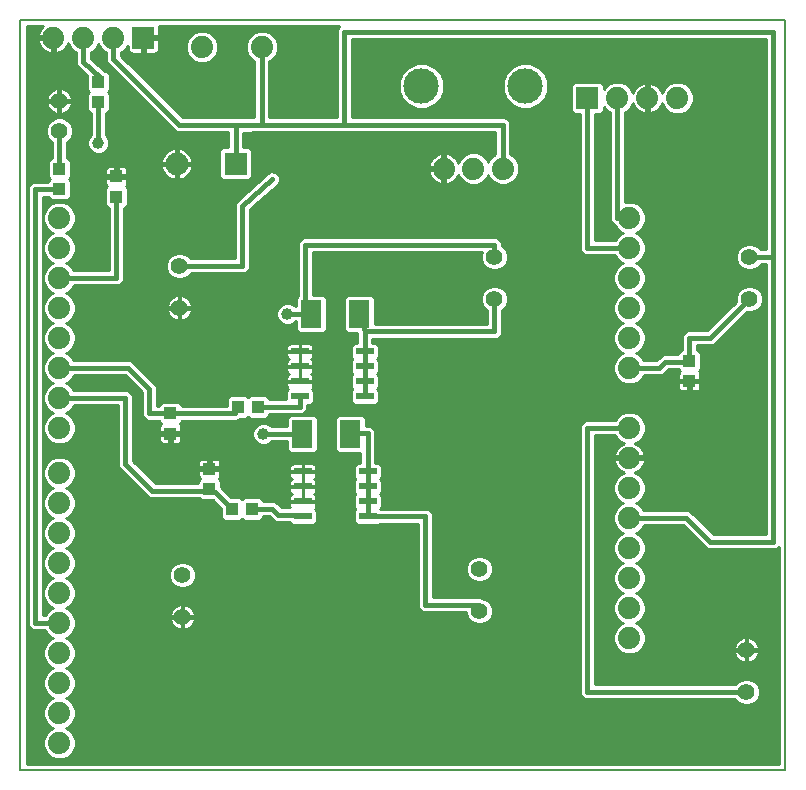
<source format=gtl>
G75*
%MOIN*%
%OFA0B0*%
%FSLAX24Y24*%
%IPPOS*%
%LPD*%
%AMOC8*
5,1,8,0,0,1.08239X$1,22.5*
%
%ADD10C,0.0080*%
%ADD11R,0.0433X0.0394*%
%ADD12R,0.0600X0.0240*%
%ADD13C,0.0740*%
%ADD14R,0.0394X0.0433*%
%ADD15C,0.0760*%
%ADD16R,0.0760X0.0760*%
%ADD17C,0.0560*%
%ADD18C,0.0555*%
%ADD19C,0.1181*%
%ADD20R,0.0740X0.0740*%
%ADD21R,0.0709X0.0945*%
%ADD22C,0.0160*%
%ADD23C,0.0100*%
%ADD24C,0.0397*%
D10*
X002900Y009352D02*
X028400Y009352D01*
X028400Y034352D01*
X002900Y034352D01*
X002900Y009352D01*
D11*
X009200Y018718D03*
X009200Y019387D03*
X007900Y020568D03*
X007900Y021237D03*
X006100Y028468D03*
X006100Y029137D03*
X004200Y029387D03*
X004200Y028718D03*
X005500Y031618D03*
X005500Y032287D03*
X025200Y022987D03*
X025200Y022318D03*
D12*
X014380Y022302D03*
X014380Y022802D03*
X014380Y023302D03*
X014380Y021802D03*
X012220Y021802D03*
X012220Y022302D03*
X012220Y022802D03*
X012220Y023302D03*
X012320Y019302D03*
X012320Y018802D03*
X012320Y018302D03*
X012320Y017802D03*
X014480Y017802D03*
X014480Y018302D03*
X014480Y018802D03*
X014480Y019302D03*
D13*
X017016Y029396D03*
X018000Y029396D03*
X018984Y029396D03*
X022800Y031752D03*
X023800Y031752D03*
X024800Y031752D03*
X023200Y027752D03*
X023200Y026752D03*
X023200Y025752D03*
X023200Y024752D03*
X023200Y023752D03*
X023200Y022752D03*
X023200Y020752D03*
X023200Y019752D03*
X023200Y018752D03*
X023200Y017752D03*
X023200Y016752D03*
X023200Y015752D03*
X023200Y014752D03*
X023200Y013752D03*
X010950Y033452D03*
X008950Y033452D03*
X006000Y033752D03*
X005000Y033752D03*
X004000Y033752D03*
X004200Y027752D03*
X004200Y026752D03*
X004200Y025752D03*
X004200Y024752D03*
X004200Y023752D03*
X004200Y022752D03*
X004200Y021752D03*
X004200Y020752D03*
X004200Y019252D03*
X004200Y018252D03*
X004200Y017252D03*
X004200Y016252D03*
X004200Y015252D03*
X004200Y014252D03*
X004200Y013252D03*
X004200Y012252D03*
X004200Y011252D03*
X004200Y010252D03*
D14*
X009965Y018052D03*
X010635Y018052D03*
X010835Y021452D03*
X010165Y021452D03*
D15*
X008116Y029552D03*
D16*
X010084Y029552D03*
D17*
X004200Y030652D03*
X004200Y031652D03*
D18*
X008200Y026152D03*
X008200Y024752D03*
X008300Y015852D03*
X008300Y014452D03*
X018200Y014652D03*
X018200Y016052D03*
X018700Y025052D03*
X018700Y026452D03*
X027200Y026452D03*
X027200Y025052D03*
X027100Y013352D03*
X027100Y011952D03*
D19*
X019732Y032152D03*
X016268Y032152D03*
D20*
X021800Y031752D03*
X007000Y033752D03*
D21*
X012603Y024552D03*
X014197Y024552D03*
X013897Y020552D03*
X012303Y020552D03*
D22*
X011000Y020552D01*
X010835Y021452D02*
X012220Y021452D01*
X012220Y021802D01*
X013897Y020552D02*
X014480Y020570D01*
X014480Y019302D01*
X014480Y018802D01*
X014480Y018302D01*
X014480Y017802D01*
X016400Y017802D01*
X016400Y014852D01*
X018200Y014852D01*
X018200Y014652D01*
X021800Y011952D02*
X021800Y020752D01*
X023200Y020752D01*
X023200Y022752D02*
X024200Y022752D01*
X024400Y022952D01*
X025165Y022952D01*
X025200Y022987D01*
X025200Y023752D01*
X025900Y023752D01*
X027200Y025052D01*
X027200Y026452D02*
X028000Y026452D01*
X028000Y033952D01*
X013700Y033952D01*
X013700Y030852D01*
X018984Y030868D01*
X018984Y029396D01*
X018700Y026852D02*
X018700Y026452D01*
X018700Y026852D02*
X012400Y026852D01*
X012400Y024552D01*
X012603Y024552D01*
X011800Y024552D01*
X010300Y026152D02*
X010300Y028152D01*
X011303Y029052D01*
X010084Y029552D02*
X010084Y030837D01*
X010900Y030852D01*
X010950Y030852D01*
X010950Y033452D01*
X010950Y030852D02*
X013700Y030852D01*
X010900Y030852D02*
X008200Y030852D01*
X006000Y033052D01*
X006000Y033752D01*
X005000Y033752D02*
X005000Y032952D01*
X005560Y032452D01*
X005500Y031618D02*
X005500Y030252D01*
X004200Y030652D02*
X004200Y029387D01*
X004200Y028718D02*
X003400Y028718D01*
X003400Y014252D01*
X004200Y014252D01*
X007300Y018652D02*
X006400Y019552D01*
X006400Y021752D01*
X004200Y021752D01*
X004200Y022752D02*
X006500Y022752D01*
X007200Y022052D01*
X007200Y021252D01*
X007215Y021237D01*
X007900Y021237D01*
X010050Y021237D01*
X010165Y021452D01*
X009200Y018718D02*
X009165Y018652D01*
X007300Y018652D01*
X009200Y018718D02*
X009400Y018618D01*
X009965Y018052D01*
X010635Y018052D02*
X011300Y018052D01*
X011500Y017852D01*
X012270Y017852D01*
X012320Y017802D01*
X014380Y021802D02*
X014380Y022302D01*
X014380Y022802D01*
X014380Y023302D01*
X014380Y023970D01*
X018700Y023970D01*
X018700Y025052D01*
X021800Y026752D02*
X021800Y031752D01*
X022800Y031752D02*
X022800Y027752D01*
X023200Y027752D01*
X023200Y026752D02*
X021800Y026752D01*
X028000Y026452D02*
X028000Y016952D01*
X025900Y016952D01*
X025100Y017752D01*
X023200Y017752D01*
X021800Y011952D02*
X027100Y011952D01*
X014380Y023970D02*
X014197Y024552D01*
X010300Y026152D02*
X008200Y026152D01*
X006100Y025752D02*
X006100Y028468D01*
X006100Y025752D02*
X004200Y025752D01*
D23*
X004404Y025252D02*
X004506Y025295D01*
X004658Y025446D01*
X004681Y025502D01*
X006150Y025502D01*
X006242Y025540D01*
X006312Y025611D01*
X006350Y025703D01*
X006350Y028101D01*
X006387Y028101D01*
X006487Y028200D01*
X006487Y028735D01*
X006404Y028817D01*
X006409Y028820D01*
X006437Y028848D01*
X006456Y028882D01*
X006467Y028920D01*
X006467Y029089D01*
X006148Y029089D01*
X006148Y029185D01*
X006052Y029185D01*
X006052Y029089D01*
X005733Y029089D01*
X005733Y028920D01*
X005744Y028882D01*
X005763Y028848D01*
X005791Y028820D01*
X005796Y028817D01*
X005713Y028735D01*
X005713Y028200D01*
X005813Y028101D01*
X005850Y028101D01*
X005850Y026002D01*
X004681Y026002D01*
X004658Y026058D01*
X004506Y026210D01*
X004404Y026252D01*
X004506Y026295D01*
X004658Y026446D01*
X004740Y026645D01*
X004740Y026860D01*
X004658Y027058D01*
X004506Y027210D01*
X004404Y027252D01*
X004506Y027295D01*
X004658Y027446D01*
X004740Y027645D01*
X004740Y027860D01*
X004658Y028058D01*
X004506Y028210D01*
X004307Y028292D01*
X004093Y028292D01*
X003894Y028210D01*
X003742Y028058D01*
X003660Y027860D01*
X003660Y027645D01*
X003742Y027446D01*
X003894Y027295D01*
X003996Y027252D01*
X003894Y027210D01*
X003742Y027058D01*
X003660Y026860D01*
X003660Y026645D01*
X003742Y026446D01*
X003894Y026295D01*
X003996Y026252D01*
X003894Y026210D01*
X003742Y026058D01*
X003660Y025860D01*
X003660Y025645D01*
X003742Y025446D01*
X003894Y025295D01*
X003996Y025252D01*
X003894Y025210D01*
X003742Y025058D01*
X003660Y024860D01*
X003660Y024645D01*
X003742Y024446D01*
X003894Y024295D01*
X003996Y024252D01*
X003894Y024210D01*
X003742Y024058D01*
X003660Y023860D01*
X003660Y023645D01*
X003742Y023446D01*
X003894Y023295D01*
X003996Y023252D01*
X003894Y023210D01*
X003742Y023058D01*
X003660Y022860D01*
X003660Y022645D01*
X003742Y022446D01*
X003894Y022295D01*
X003996Y022252D01*
X003894Y022210D01*
X003742Y022058D01*
X003660Y021860D01*
X003660Y021645D01*
X003742Y021446D01*
X003894Y021295D01*
X003996Y021252D01*
X003894Y021210D01*
X003742Y021058D01*
X003660Y020860D01*
X003660Y020645D01*
X003742Y020446D01*
X003894Y020295D01*
X004093Y020212D01*
X004307Y020212D01*
X004506Y020295D01*
X004658Y020446D01*
X004740Y020645D01*
X004740Y020860D01*
X004658Y021058D01*
X004506Y021210D01*
X004404Y021252D01*
X004506Y021295D01*
X004658Y021446D01*
X004681Y021502D01*
X006150Y021502D01*
X006150Y019503D01*
X006188Y019411D01*
X006258Y019340D01*
X007158Y018440D01*
X007250Y018402D01*
X008862Y018402D01*
X008913Y018351D01*
X009313Y018351D01*
X009599Y018066D01*
X009599Y017765D01*
X009698Y017666D01*
X010233Y017666D01*
X010300Y017733D01*
X010367Y017666D01*
X010902Y017666D01*
X011001Y017765D01*
X011001Y017802D01*
X011196Y017802D01*
X011288Y017711D01*
X011358Y017640D01*
X011450Y017602D01*
X011860Y017602D01*
X011950Y017512D01*
X012690Y017512D01*
X012790Y017612D01*
X012790Y017993D01*
X012716Y018067D01*
X012740Y018090D01*
X012760Y018124D01*
X012770Y018163D01*
X012770Y018292D01*
X012330Y018292D01*
X012330Y018312D01*
X012770Y018312D01*
X012770Y018442D01*
X012760Y018480D01*
X012740Y018514D01*
X012712Y018542D01*
X012695Y018552D01*
X012712Y018562D01*
X012740Y018590D01*
X012760Y018624D01*
X012770Y018663D01*
X012770Y018792D01*
X012330Y018792D01*
X012330Y018312D01*
X012310Y018312D01*
X012310Y018292D01*
X011870Y018292D01*
X011870Y018163D01*
X011880Y018124D01*
X011893Y018102D01*
X011604Y018102D01*
X011442Y018264D01*
X011350Y018302D01*
X011001Y018302D01*
X011001Y018339D01*
X010902Y018439D01*
X010367Y018439D01*
X010300Y018372D01*
X010233Y018439D01*
X009932Y018439D01*
X009587Y018785D01*
X009587Y018985D01*
X009504Y019067D01*
X009509Y019070D01*
X009537Y019098D01*
X009556Y019132D01*
X009567Y019170D01*
X009567Y019339D01*
X009248Y019339D01*
X009248Y019435D01*
X009152Y019435D01*
X009152Y019339D01*
X008833Y019339D01*
X008833Y019170D01*
X008844Y019132D01*
X008863Y019098D01*
X008891Y019070D01*
X008896Y019067D01*
X008813Y018985D01*
X008813Y018902D01*
X007404Y018902D01*
X006650Y019656D01*
X006650Y021802D01*
X006612Y021894D01*
X006542Y021964D01*
X006450Y022002D01*
X004681Y022002D01*
X004658Y022058D01*
X004506Y022210D01*
X004404Y022252D01*
X004506Y022295D01*
X004658Y022446D01*
X004681Y022502D01*
X006396Y022502D01*
X006950Y021949D01*
X006950Y021203D01*
X006988Y021111D01*
X007058Y021040D01*
X007074Y021025D01*
X007166Y020987D01*
X007513Y020987D01*
X007513Y020970D01*
X007596Y020887D01*
X007591Y020885D01*
X007563Y020857D01*
X007544Y020822D01*
X007533Y020784D01*
X007533Y020616D01*
X007852Y020616D01*
X007852Y020519D01*
X007948Y020519D01*
X007948Y020221D01*
X008136Y020221D01*
X008174Y020231D01*
X008209Y020251D01*
X008237Y020279D01*
X008256Y020313D01*
X008267Y020351D01*
X008267Y020519D01*
X007948Y020519D01*
X007948Y020616D01*
X008267Y020616D01*
X008267Y020784D01*
X008256Y020822D01*
X008237Y020857D01*
X008209Y020885D01*
X008204Y020887D01*
X008287Y020970D01*
X008287Y020987D01*
X010038Y020987D01*
X010075Y020983D01*
X010087Y020987D01*
X010100Y020987D01*
X010134Y021001D01*
X010170Y021012D01*
X010180Y021020D01*
X010192Y021025D01*
X010218Y021051D01*
X010236Y021066D01*
X010433Y021066D01*
X010500Y021133D01*
X010567Y021066D01*
X011102Y021066D01*
X011201Y021165D01*
X011201Y021202D01*
X012270Y021202D01*
X012362Y021240D01*
X012432Y021311D01*
X012470Y021403D01*
X012470Y021512D01*
X012590Y021512D01*
X012690Y021612D01*
X012690Y021993D01*
X012616Y022067D01*
X012640Y022090D01*
X012660Y022124D01*
X012670Y022163D01*
X012670Y022292D01*
X012230Y022292D01*
X012230Y022312D01*
X012670Y022312D01*
X012670Y022442D01*
X012660Y022480D01*
X012640Y022514D01*
X012612Y022542D01*
X012595Y022552D01*
X012612Y022562D01*
X012640Y022590D01*
X012660Y022624D01*
X012670Y022663D01*
X012670Y022792D01*
X012230Y022792D01*
X012230Y022312D01*
X012210Y022312D01*
X012210Y022292D01*
X011770Y022292D01*
X011770Y022163D01*
X011780Y022124D01*
X011800Y022090D01*
X011824Y022067D01*
X011750Y021993D01*
X011750Y021702D01*
X011201Y021702D01*
X011201Y021739D01*
X011102Y021839D01*
X010567Y021839D01*
X010500Y021772D01*
X010433Y021839D01*
X009898Y021839D01*
X009799Y021739D01*
X009799Y021487D01*
X008287Y021487D01*
X008287Y021504D01*
X008187Y021604D01*
X007613Y021604D01*
X007513Y021504D01*
X007513Y021487D01*
X007450Y021487D01*
X007450Y022102D01*
X007412Y022194D01*
X006712Y022894D01*
X006642Y022964D01*
X006550Y023002D01*
X004681Y023002D01*
X004658Y023058D01*
X004506Y023210D01*
X004404Y023252D01*
X004506Y023295D01*
X004658Y023446D01*
X004740Y023645D01*
X004740Y023860D01*
X004658Y024058D01*
X004506Y024210D01*
X004404Y024252D01*
X004506Y024295D01*
X004658Y024446D01*
X004740Y024645D01*
X004740Y024860D01*
X004658Y025058D01*
X004506Y025210D01*
X004404Y025252D01*
X004504Y025211D02*
X012150Y025211D01*
X012150Y025167D02*
X012078Y025095D01*
X012078Y024802D01*
X012071Y024802D01*
X012009Y024865D01*
X011873Y024921D01*
X011727Y024921D01*
X011591Y024865D01*
X011488Y024761D01*
X011432Y024626D01*
X011432Y024479D01*
X011488Y024344D01*
X011591Y024240D01*
X011727Y024184D01*
X011873Y024184D01*
X012009Y024240D01*
X012071Y024302D01*
X012078Y024302D01*
X012078Y024010D01*
X012178Y023910D01*
X013028Y023910D01*
X013127Y024010D01*
X013127Y025095D01*
X013028Y025195D01*
X012650Y025195D01*
X012650Y026602D01*
X018278Y026602D01*
X018253Y026541D01*
X018253Y026363D01*
X018321Y026199D01*
X018447Y026073D01*
X018611Y026005D01*
X018789Y026005D01*
X018953Y026073D01*
X019079Y026199D01*
X019147Y026363D01*
X019147Y026541D01*
X019079Y026706D01*
X018953Y026832D01*
X018950Y026833D01*
X018950Y026902D01*
X018912Y026994D01*
X018842Y027064D01*
X018750Y027102D01*
X012350Y027102D01*
X012258Y027064D01*
X012188Y026994D01*
X012150Y026902D01*
X012150Y025167D01*
X012096Y025112D02*
X008432Y025112D01*
X008424Y025118D02*
X008364Y025149D01*
X008300Y025169D01*
X008234Y025180D01*
X008229Y025180D01*
X008229Y024781D01*
X008627Y024781D01*
X008627Y024786D01*
X008617Y024852D01*
X008596Y024916D01*
X008566Y024976D01*
X008526Y025031D01*
X008478Y025078D01*
X008424Y025118D01*
X008538Y025014D02*
X012078Y025014D01*
X012078Y024915D02*
X011886Y024915D01*
X011714Y024915D02*
X008597Y024915D01*
X008623Y024817D02*
X011544Y024817D01*
X011470Y024718D02*
X008627Y024718D01*
X008627Y024719D02*
X008627Y024724D01*
X008229Y024724D01*
X008229Y024781D01*
X008171Y024781D01*
X008171Y024724D01*
X007773Y024724D01*
X007773Y024719D01*
X007783Y024652D01*
X007804Y024588D01*
X007834Y024528D01*
X007874Y024474D01*
X007922Y024426D01*
X007976Y024387D01*
X008036Y024356D01*
X008100Y024335D01*
X008166Y024325D01*
X008171Y024325D01*
X008171Y024724D01*
X008229Y024724D01*
X008229Y024325D01*
X008234Y024325D01*
X008300Y024335D01*
X008364Y024356D01*
X008424Y024387D01*
X008478Y024426D01*
X008526Y024474D01*
X008566Y024528D01*
X008596Y024588D01*
X008617Y024652D01*
X008627Y024719D01*
X008606Y024620D02*
X011432Y024620D01*
X011432Y024521D02*
X008561Y024521D01*
X008474Y024423D02*
X011455Y024423D01*
X011507Y024324D02*
X004536Y024324D01*
X004468Y024226D02*
X011625Y024226D01*
X011975Y024226D02*
X012078Y024226D01*
X012078Y024127D02*
X004589Y024127D01*
X004670Y024029D02*
X012078Y024029D01*
X012158Y023930D02*
X004711Y023930D01*
X004740Y023832D02*
X014130Y023832D01*
X014130Y023910D02*
X014130Y023592D01*
X014010Y023592D01*
X013910Y023493D01*
X013910Y023112D01*
X013970Y023052D01*
X013910Y022993D01*
X013910Y022612D01*
X013970Y022552D01*
X013910Y022493D01*
X013910Y022112D01*
X013970Y022052D01*
X013910Y021993D01*
X013910Y021612D01*
X014010Y021512D01*
X014750Y021512D01*
X014850Y021612D01*
X014850Y021993D01*
X014790Y022052D01*
X014850Y022112D01*
X014850Y022493D01*
X014790Y022552D01*
X014850Y022612D01*
X014850Y022993D01*
X014790Y023052D01*
X014850Y023112D01*
X014850Y023493D01*
X014750Y023592D01*
X014630Y023592D01*
X014630Y023720D01*
X018750Y023720D01*
X018842Y023758D01*
X018912Y023828D01*
X018950Y023920D01*
X018950Y024672D01*
X018953Y024673D01*
X019079Y024799D01*
X019147Y024963D01*
X019147Y025141D01*
X019079Y025306D01*
X018953Y025432D01*
X018789Y025500D01*
X018611Y025500D01*
X018447Y025432D01*
X018321Y025306D01*
X018253Y025141D01*
X018253Y024963D01*
X018321Y024799D01*
X018447Y024673D01*
X018450Y024672D01*
X018450Y024220D01*
X014722Y024220D01*
X014722Y025095D01*
X014622Y025195D01*
X013772Y025195D01*
X013673Y025095D01*
X013673Y024010D01*
X013772Y023910D01*
X014130Y023910D01*
X014130Y023733D02*
X004740Y023733D01*
X004736Y023635D02*
X014130Y023635D01*
X013954Y023536D02*
X012618Y023536D01*
X012612Y023542D02*
X012578Y023562D01*
X012540Y023572D01*
X012230Y023572D01*
X012230Y023312D01*
X012670Y023312D01*
X012670Y023442D01*
X012660Y023480D01*
X012640Y023514D01*
X012612Y023542D01*
X012670Y023438D02*
X013910Y023438D01*
X013910Y023339D02*
X012670Y023339D01*
X012670Y023292D02*
X012230Y023292D01*
X012230Y022812D01*
X012670Y022812D01*
X012670Y022942D01*
X012660Y022980D01*
X012640Y023014D01*
X012612Y023042D01*
X012595Y023052D01*
X012612Y023062D01*
X012640Y023090D01*
X012660Y023124D01*
X012670Y023163D01*
X012670Y023292D01*
X012670Y023241D02*
X013910Y023241D01*
X013910Y023142D02*
X012665Y023142D01*
X012609Y023044D02*
X013961Y023044D01*
X013910Y022945D02*
X012669Y022945D01*
X012670Y022847D02*
X013910Y022847D01*
X013910Y022748D02*
X012670Y022748D01*
X012667Y022650D02*
X013910Y022650D01*
X013969Y022551D02*
X012597Y022551D01*
X012667Y022453D02*
X013910Y022453D01*
X013910Y022354D02*
X012670Y022354D01*
X012670Y022256D02*
X013910Y022256D01*
X013910Y022157D02*
X012669Y022157D01*
X012624Y022059D02*
X013963Y022059D01*
X013910Y021960D02*
X012690Y021960D01*
X012690Y021862D02*
X013910Y021862D01*
X013910Y021763D02*
X012690Y021763D01*
X012690Y021665D02*
X013910Y021665D01*
X013956Y021566D02*
X012644Y021566D01*
X012470Y021468D02*
X027750Y021468D01*
X027750Y021566D02*
X014804Y021566D01*
X014850Y021665D02*
X027750Y021665D01*
X027750Y021763D02*
X014850Y021763D01*
X014850Y021862D02*
X027750Y021862D01*
X027750Y021960D02*
X014850Y021960D01*
X014797Y022059D02*
X024846Y022059D01*
X024844Y022063D02*
X024863Y022029D01*
X024891Y022001D01*
X024926Y021981D01*
X024964Y021971D01*
X025152Y021971D01*
X025152Y022269D01*
X025248Y022269D01*
X025248Y021971D01*
X025436Y021971D01*
X025474Y021981D01*
X025509Y022001D01*
X025537Y022029D01*
X025556Y022063D01*
X025567Y022101D01*
X025567Y022269D01*
X025248Y022269D01*
X025248Y022366D01*
X025567Y022366D01*
X025567Y022534D01*
X025556Y022572D01*
X025537Y022607D01*
X025509Y022635D01*
X025504Y022637D01*
X025587Y022720D01*
X025587Y023254D01*
X025487Y023354D01*
X025450Y023354D01*
X025450Y023502D01*
X025950Y023502D01*
X026042Y023540D01*
X027108Y024606D01*
X027111Y024605D01*
X027289Y024605D01*
X027453Y024673D01*
X027579Y024799D01*
X027647Y024963D01*
X027647Y025141D01*
X027579Y025306D01*
X027453Y025432D01*
X027289Y025500D01*
X027111Y025500D01*
X026947Y025432D01*
X026821Y025306D01*
X026753Y025141D01*
X026753Y024963D01*
X026754Y024960D01*
X025796Y024002D01*
X025150Y024002D01*
X025058Y023964D01*
X024988Y023894D01*
X024950Y023802D01*
X024950Y023354D01*
X024913Y023354D01*
X024813Y023254D01*
X024813Y023202D01*
X024350Y023202D01*
X024258Y023164D01*
X024188Y023094D01*
X024096Y023002D01*
X023681Y023002D01*
X023658Y023058D01*
X023506Y023210D01*
X023404Y023252D01*
X023506Y023295D01*
X023658Y023446D01*
X023740Y023645D01*
X023740Y023860D01*
X023658Y024058D01*
X023506Y024210D01*
X023404Y024252D01*
X023506Y024295D01*
X023658Y024446D01*
X023740Y024645D01*
X023740Y024860D01*
X023658Y025058D01*
X023506Y025210D01*
X023404Y025252D01*
X023506Y025295D01*
X023658Y025446D01*
X023740Y025645D01*
X023740Y025860D01*
X023658Y026058D01*
X023506Y026210D01*
X023404Y026252D01*
X023506Y026295D01*
X023658Y026446D01*
X023740Y026645D01*
X023740Y026860D01*
X023658Y027058D01*
X023506Y027210D01*
X023404Y027252D01*
X023506Y027295D01*
X023658Y027446D01*
X023740Y027645D01*
X023740Y027860D01*
X023658Y028058D01*
X023506Y028210D01*
X023307Y028292D01*
X023093Y028292D01*
X023050Y028275D01*
X023050Y031271D01*
X023106Y031295D01*
X023258Y031446D01*
X023311Y031575D01*
X023318Y031553D01*
X023355Y031480D01*
X023403Y031414D01*
X023461Y031356D01*
X023527Y031308D01*
X023600Y031270D01*
X023678Y031245D01*
X023750Y031234D01*
X023750Y031702D01*
X023850Y031702D01*
X023850Y031234D01*
X023922Y031245D01*
X024000Y031270D01*
X024073Y031308D01*
X024139Y031356D01*
X024197Y031414D01*
X024245Y031480D01*
X024282Y031553D01*
X024289Y031575D01*
X024342Y031446D01*
X024494Y031295D01*
X024693Y031212D01*
X024907Y031212D01*
X025106Y031295D01*
X025258Y031446D01*
X025340Y031645D01*
X025340Y031860D01*
X025258Y032058D01*
X025106Y032210D01*
X024907Y032292D01*
X024693Y032292D01*
X024494Y032210D01*
X024342Y032058D01*
X024289Y031930D01*
X024282Y031952D01*
X024245Y032025D01*
X024197Y032091D01*
X024139Y032149D01*
X024073Y032197D01*
X024000Y032234D01*
X023922Y032260D01*
X023850Y032271D01*
X023850Y031802D01*
X023750Y031802D01*
X023750Y032271D01*
X023678Y032260D01*
X023600Y032234D01*
X023527Y032197D01*
X023461Y032149D01*
X023403Y032091D01*
X023355Y032025D01*
X023318Y031952D01*
X023311Y031930D01*
X023258Y032058D01*
X023106Y032210D01*
X022907Y032292D01*
X022693Y032292D01*
X022494Y032210D01*
X022342Y032058D01*
X022340Y032053D01*
X022340Y032193D01*
X022240Y032292D01*
X021360Y032292D01*
X021260Y032193D01*
X021260Y031312D01*
X021360Y031212D01*
X021550Y031212D01*
X021550Y026703D01*
X021588Y026611D01*
X021658Y026540D01*
X021750Y026502D01*
X022719Y026502D01*
X022742Y026446D01*
X022894Y026295D01*
X022996Y026252D01*
X022894Y026210D01*
X022742Y026058D01*
X022660Y025860D01*
X022660Y025645D01*
X022742Y025446D01*
X022894Y025295D01*
X022996Y025252D01*
X022894Y025210D01*
X022742Y025058D01*
X022660Y024860D01*
X022660Y024645D01*
X022742Y024446D01*
X022894Y024295D01*
X022996Y024252D01*
X022894Y024210D01*
X022742Y024058D01*
X022660Y023860D01*
X022660Y023645D01*
X022742Y023446D01*
X022894Y023295D01*
X022996Y023252D01*
X022894Y023210D01*
X022742Y023058D01*
X022660Y022860D01*
X022660Y022645D01*
X022742Y022446D01*
X022894Y022295D01*
X023093Y022212D01*
X023307Y022212D01*
X023506Y022295D01*
X023658Y022446D01*
X023681Y022502D01*
X024250Y022502D01*
X024342Y022540D01*
X024504Y022702D01*
X024831Y022702D01*
X024896Y022637D01*
X024891Y022635D01*
X024863Y022607D01*
X024844Y022572D01*
X024833Y022534D01*
X024833Y022366D01*
X025152Y022366D01*
X025152Y022269D01*
X024833Y022269D01*
X024833Y022101D01*
X024844Y022063D01*
X024833Y022157D02*
X014850Y022157D01*
X014850Y022256D02*
X022987Y022256D01*
X022834Y022354D02*
X014850Y022354D01*
X014850Y022453D02*
X022740Y022453D01*
X022699Y022551D02*
X014791Y022551D01*
X014850Y022650D02*
X022660Y022650D01*
X022660Y022748D02*
X014850Y022748D01*
X014850Y022847D02*
X022660Y022847D01*
X022695Y022945D02*
X014850Y022945D01*
X014799Y023044D02*
X022736Y023044D01*
X022826Y023142D02*
X014850Y023142D01*
X014850Y023241D02*
X022968Y023241D01*
X022849Y023339D02*
X014850Y023339D01*
X014850Y023438D02*
X022751Y023438D01*
X022705Y023536D02*
X014806Y023536D01*
X014630Y023635D02*
X022664Y023635D01*
X022660Y023733D02*
X018783Y023733D01*
X018914Y023832D02*
X022660Y023832D01*
X022689Y023930D02*
X018950Y023930D01*
X018950Y024029D02*
X022730Y024029D01*
X022811Y024127D02*
X018950Y024127D01*
X018950Y024226D02*
X022932Y024226D01*
X022864Y024324D02*
X018950Y024324D01*
X018950Y024423D02*
X022766Y024423D01*
X022711Y024521D02*
X018950Y024521D01*
X018950Y024620D02*
X022670Y024620D01*
X022660Y024718D02*
X018999Y024718D01*
X019087Y024817D02*
X022660Y024817D01*
X022683Y024915D02*
X019128Y024915D01*
X019147Y025014D02*
X022724Y025014D01*
X022796Y025112D02*
X019147Y025112D01*
X019119Y025211D02*
X022896Y025211D01*
X022879Y025309D02*
X019076Y025309D01*
X018977Y025408D02*
X022781Y025408D01*
X022717Y025506D02*
X012650Y025506D01*
X012650Y025408D02*
X018423Y025408D01*
X018324Y025309D02*
X012650Y025309D01*
X012650Y025211D02*
X018281Y025211D01*
X018253Y025112D02*
X014704Y025112D01*
X014722Y025014D02*
X018253Y025014D01*
X018272Y024915D02*
X014722Y024915D01*
X014722Y024817D02*
X018313Y024817D01*
X018401Y024718D02*
X014722Y024718D01*
X014722Y024620D02*
X018450Y024620D01*
X018450Y024521D02*
X014722Y024521D01*
X014722Y024423D02*
X018450Y024423D01*
X018450Y024324D02*
X014722Y024324D01*
X014722Y024226D02*
X018450Y024226D01*
X018422Y026097D02*
X012650Y026097D01*
X012650Y025999D02*
X022718Y025999D01*
X022677Y025900D02*
X012650Y025900D01*
X012650Y025802D02*
X022660Y025802D01*
X022660Y025703D02*
X012650Y025703D01*
X012650Y025605D02*
X022677Y025605D01*
X022781Y026097D02*
X018978Y026097D01*
X019076Y026196D02*
X022880Y026196D01*
X022895Y026294D02*
X019119Y026294D01*
X019147Y026393D02*
X022796Y026393D01*
X022724Y026491D02*
X019147Y026491D01*
X019127Y026590D02*
X021609Y026590D01*
X021556Y026688D02*
X019087Y026688D01*
X018998Y026787D02*
X021550Y026787D01*
X021550Y026885D02*
X018950Y026885D01*
X018916Y026984D02*
X021550Y026984D01*
X021550Y027082D02*
X018798Y027082D01*
X018273Y026590D02*
X012650Y026590D01*
X012650Y026491D02*
X018253Y026491D01*
X018253Y026393D02*
X012650Y026393D01*
X012650Y026294D02*
X018281Y026294D01*
X018324Y026196D02*
X012650Y026196D01*
X012150Y026196D02*
X010550Y026196D01*
X010550Y026103D02*
X010550Y028041D01*
X011507Y028900D01*
X011550Y028989D01*
X011555Y029089D01*
X011522Y029182D01*
X011456Y029256D01*
X011366Y029299D01*
X011267Y029305D01*
X011173Y029272D01*
X010165Y028367D01*
X010158Y028364D01*
X010128Y028334D01*
X010096Y028305D01*
X010093Y028299D01*
X010088Y028294D01*
X010072Y028254D01*
X010053Y028215D01*
X010053Y028209D01*
X010050Y028202D01*
X010050Y028159D01*
X010048Y028116D01*
X010050Y028110D01*
X010050Y026402D01*
X008581Y026402D01*
X008579Y026406D01*
X008453Y026532D01*
X008289Y026600D01*
X008111Y026600D01*
X007947Y026532D01*
X007821Y026406D01*
X007753Y026241D01*
X007753Y026063D01*
X007821Y025899D01*
X007947Y025773D01*
X008111Y025705D01*
X008289Y025705D01*
X008453Y025773D01*
X008579Y025899D01*
X008581Y025902D01*
X010350Y025902D01*
X010442Y025940D01*
X010512Y026011D01*
X010550Y026103D01*
X010548Y026097D02*
X012150Y026097D01*
X012150Y025999D02*
X010500Y025999D01*
X010550Y026294D02*
X012150Y026294D01*
X012150Y026393D02*
X010550Y026393D01*
X010550Y026491D02*
X012150Y026491D01*
X012150Y026590D02*
X010550Y026590D01*
X010550Y026688D02*
X012150Y026688D01*
X012150Y026787D02*
X010550Y026787D01*
X010550Y026885D02*
X012150Y026885D01*
X012184Y026984D02*
X010550Y026984D01*
X010550Y027082D02*
X012302Y027082D01*
X012150Y025900D02*
X008580Y025900D01*
X008482Y025802D02*
X012150Y025802D01*
X012150Y025703D02*
X006350Y025703D01*
X006350Y025802D02*
X007918Y025802D01*
X007820Y025900D02*
X006350Y025900D01*
X006350Y025999D02*
X007779Y025999D01*
X007753Y026097D02*
X006350Y026097D01*
X006350Y026196D02*
X007753Y026196D01*
X007774Y026294D02*
X006350Y026294D01*
X006350Y026393D02*
X007815Y026393D01*
X007906Y026491D02*
X006350Y026491D01*
X006350Y026590D02*
X008087Y026590D01*
X008313Y026590D02*
X010050Y026590D01*
X010050Y026688D02*
X006350Y026688D01*
X006350Y026787D02*
X010050Y026787D01*
X010050Y026885D02*
X006350Y026885D01*
X006350Y026984D02*
X010050Y026984D01*
X010050Y027082D02*
X006350Y027082D01*
X006350Y027181D02*
X010050Y027181D01*
X010050Y027279D02*
X006350Y027279D01*
X006350Y027378D02*
X010050Y027378D01*
X010050Y027476D02*
X006350Y027476D01*
X006350Y027575D02*
X010050Y027575D01*
X010050Y027673D02*
X006350Y027673D01*
X006350Y027772D02*
X010050Y027772D01*
X010050Y027870D02*
X006350Y027870D01*
X006350Y027969D02*
X010050Y027969D01*
X010050Y028067D02*
X006350Y028067D01*
X006452Y028166D02*
X010050Y028166D01*
X010076Y028264D02*
X006487Y028264D01*
X006487Y028363D02*
X010157Y028363D01*
X010270Y028461D02*
X006487Y028461D01*
X006487Y028560D02*
X010380Y028560D01*
X010490Y028658D02*
X006487Y028658D01*
X006465Y028757D02*
X010599Y028757D01*
X010709Y028855D02*
X006441Y028855D01*
X006467Y028954D02*
X010819Y028954D01*
X010929Y029052D02*
X010585Y029052D01*
X010634Y029102D02*
X010634Y030003D01*
X010535Y030102D01*
X010334Y030102D01*
X010334Y030591D01*
X010902Y030602D01*
X013651Y030602D01*
X013701Y030602D01*
X013750Y030602D01*
X013750Y030603D01*
X018734Y030617D01*
X018734Y029877D01*
X018678Y029854D01*
X018526Y029702D01*
X018492Y029619D01*
X018458Y029702D01*
X018306Y029854D01*
X018107Y029936D01*
X017893Y029936D01*
X017694Y029854D01*
X017542Y029702D01*
X017498Y029595D01*
X017498Y029596D01*
X017460Y029669D01*
X017412Y029735D01*
X017355Y029793D01*
X017288Y029841D01*
X017215Y029878D01*
X017138Y029904D01*
X017064Y029915D01*
X017064Y029445D01*
X016967Y029445D01*
X016967Y029348D01*
X016497Y029348D01*
X016509Y029275D01*
X016534Y029197D01*
X016571Y029124D01*
X016619Y029058D01*
X016677Y029000D01*
X016743Y028952D01*
X016816Y028915D01*
X016894Y028889D01*
X016967Y028878D01*
X016967Y029348D01*
X017064Y029348D01*
X017064Y028878D01*
X017138Y028889D01*
X017215Y028915D01*
X017288Y028952D01*
X017355Y029000D01*
X017412Y029058D01*
X017460Y029124D01*
X017498Y029197D01*
X017498Y029198D01*
X017542Y029091D01*
X017694Y028939D01*
X017893Y028856D01*
X018107Y028856D01*
X018306Y028939D01*
X018458Y029091D01*
X018492Y029173D01*
X018526Y029091D01*
X018678Y028939D01*
X018877Y028856D01*
X019092Y028856D01*
X019290Y028939D01*
X019442Y029091D01*
X019524Y029289D01*
X019524Y029504D01*
X019442Y029702D01*
X019290Y029854D01*
X019234Y029877D01*
X019234Y030819D01*
X019234Y030819D01*
X019234Y030869D01*
X019234Y030918D01*
X019234Y030919D01*
X019215Y030964D01*
X019196Y031010D01*
X019196Y031010D01*
X019196Y031010D01*
X019161Y031045D01*
X019126Y031080D01*
X019126Y031080D01*
X019125Y031080D01*
X019080Y031099D01*
X019034Y031118D01*
X019034Y031118D01*
X019033Y031118D01*
X018984Y031118D01*
X018935Y031118D01*
X018934Y031118D01*
X013950Y031103D01*
X013950Y033702D01*
X027750Y033702D01*
X027750Y026702D01*
X027581Y026702D01*
X027579Y026706D01*
X027453Y026832D01*
X027289Y026900D01*
X027111Y026900D01*
X026947Y026832D01*
X026821Y026706D01*
X026753Y026541D01*
X026753Y026363D01*
X026821Y026199D01*
X026947Y026073D01*
X027111Y026005D01*
X027289Y026005D01*
X027453Y026073D01*
X027579Y026199D01*
X027581Y026202D01*
X027750Y026202D01*
X027750Y017202D01*
X026004Y017202D01*
X025242Y017964D01*
X025150Y018002D01*
X023681Y018002D01*
X023658Y018058D01*
X023506Y018210D01*
X023404Y018252D01*
X023506Y018295D01*
X023658Y018446D01*
X023740Y018645D01*
X023740Y018860D01*
X023658Y019058D01*
X023506Y019210D01*
X023378Y019263D01*
X023400Y019270D01*
X023473Y019308D01*
X023539Y019356D01*
X023597Y019414D01*
X023645Y019480D01*
X023682Y019553D01*
X023707Y019631D01*
X023719Y019702D01*
X023250Y019702D01*
X023250Y019802D01*
X023719Y019802D01*
X023707Y019874D01*
X023682Y019952D01*
X023645Y020025D01*
X023597Y020091D01*
X023539Y020149D01*
X023473Y020197D01*
X023400Y020234D01*
X023378Y020241D01*
X023506Y020295D01*
X023658Y020446D01*
X023740Y020645D01*
X023740Y020860D01*
X023658Y021058D01*
X023506Y021210D01*
X023307Y021292D01*
X023093Y021292D01*
X022894Y021210D01*
X022742Y021058D01*
X022719Y021002D01*
X021750Y021002D01*
X021658Y020964D01*
X021588Y020894D01*
X021550Y020802D01*
X021550Y011903D01*
X021588Y011811D01*
X021658Y011740D01*
X021750Y011702D01*
X026719Y011702D01*
X026721Y011699D01*
X026847Y011573D01*
X027011Y011505D01*
X027189Y011505D01*
X027353Y011573D01*
X027479Y011699D01*
X027547Y011863D01*
X027547Y012041D01*
X027479Y012206D01*
X027353Y012332D01*
X027189Y012400D01*
X027011Y012400D01*
X026847Y012332D01*
X026721Y012206D01*
X026719Y012202D01*
X022050Y012202D01*
X022050Y020502D01*
X022719Y020502D01*
X022742Y020446D01*
X022894Y020295D01*
X023022Y020241D01*
X023000Y020234D01*
X022927Y020197D01*
X022861Y020149D01*
X022803Y020091D01*
X022755Y020025D01*
X022718Y019952D01*
X022693Y019874D01*
X022681Y019802D01*
X023150Y019802D01*
X023150Y019702D01*
X022681Y019702D01*
X022693Y019631D01*
X022718Y019553D01*
X022755Y019480D01*
X022803Y019414D01*
X022861Y019356D01*
X022927Y019308D01*
X023000Y019270D01*
X023022Y019263D01*
X022894Y019210D01*
X022742Y019058D01*
X022660Y018860D01*
X022660Y018645D01*
X022742Y018446D01*
X022894Y018295D01*
X022996Y018252D01*
X022894Y018210D01*
X022742Y018058D01*
X022660Y017860D01*
X022660Y017645D01*
X022742Y017446D01*
X022894Y017295D01*
X022996Y017252D01*
X022894Y017210D01*
X022742Y017058D01*
X022660Y016860D01*
X022660Y016645D01*
X022742Y016446D01*
X022894Y016295D01*
X022996Y016252D01*
X022894Y016210D01*
X022742Y016058D01*
X022660Y015860D01*
X022660Y015645D01*
X022742Y015446D01*
X022894Y015295D01*
X022996Y015252D01*
X022894Y015210D01*
X022742Y015058D01*
X022660Y014860D01*
X022660Y014645D01*
X022742Y014446D01*
X022894Y014295D01*
X022996Y014252D01*
X022894Y014210D01*
X022742Y014058D01*
X022660Y013860D01*
X022660Y013645D01*
X022742Y013446D01*
X022894Y013295D01*
X023093Y013212D01*
X023307Y013212D01*
X023506Y013295D01*
X023658Y013446D01*
X023740Y013645D01*
X023740Y013860D01*
X023658Y014058D01*
X023506Y014210D01*
X023404Y014252D01*
X023506Y014295D01*
X023658Y014446D01*
X023740Y014645D01*
X023740Y014860D01*
X023658Y015058D01*
X023506Y015210D01*
X023404Y015252D01*
X023506Y015295D01*
X023658Y015446D01*
X023740Y015645D01*
X023740Y015860D01*
X023658Y016058D01*
X023506Y016210D01*
X023404Y016252D01*
X023506Y016295D01*
X023658Y016446D01*
X023740Y016645D01*
X023740Y016860D01*
X023658Y017058D01*
X023506Y017210D01*
X023404Y017252D01*
X023506Y017295D01*
X023658Y017446D01*
X023681Y017502D01*
X024996Y017502D01*
X025688Y016811D01*
X025758Y016740D01*
X025850Y016702D01*
X028050Y016702D01*
X028142Y016740D01*
X028190Y016789D01*
X028190Y009562D01*
X003110Y009562D01*
X003110Y034142D01*
X003655Y034142D01*
X003603Y034091D01*
X003555Y034025D01*
X003518Y033952D01*
X003493Y033874D01*
X003481Y033802D01*
X003950Y033802D01*
X003950Y033702D01*
X004050Y033702D01*
X004050Y033234D01*
X004122Y033245D01*
X004200Y033270D01*
X004273Y033308D01*
X004339Y033356D01*
X004397Y033414D01*
X004445Y033480D01*
X004482Y033553D01*
X004489Y033575D01*
X004542Y033446D01*
X004694Y033295D01*
X004750Y033271D01*
X004750Y032995D01*
X004748Y032988D01*
X004750Y032945D01*
X004750Y032903D01*
X004753Y032896D01*
X004753Y032889D01*
X004772Y032850D01*
X004788Y032811D01*
X004793Y032806D01*
X004796Y032799D01*
X004828Y032771D01*
X004858Y032740D01*
X004865Y032738D01*
X005113Y032516D01*
X005113Y032020D01*
X005181Y031952D01*
X005113Y031885D01*
X005113Y031350D01*
X005213Y031251D01*
X005250Y031251D01*
X005250Y030523D01*
X005188Y030461D01*
X005132Y030326D01*
X005132Y030179D01*
X005188Y030044D01*
X005291Y029940D01*
X005427Y029884D01*
X005573Y029884D01*
X005709Y029940D01*
X005812Y030044D01*
X005868Y030179D01*
X005868Y030326D01*
X005812Y030461D01*
X005750Y030523D01*
X005750Y031251D01*
X005787Y031251D01*
X005887Y031350D01*
X005887Y031885D01*
X005819Y031952D01*
X005887Y032020D01*
X005887Y032554D01*
X005787Y032654D01*
X005710Y032654D01*
X005250Y033064D01*
X005250Y033271D01*
X005306Y033295D01*
X005458Y033446D01*
X005500Y033548D01*
X005542Y033446D01*
X005694Y033295D01*
X005750Y033271D01*
X005750Y033003D01*
X005788Y032911D01*
X005858Y032840D01*
X008058Y030640D01*
X008150Y030602D01*
X009834Y030602D01*
X009834Y030102D01*
X009634Y030102D01*
X009534Y030003D01*
X009534Y029102D01*
X009634Y029002D01*
X010535Y029002D01*
X010634Y029102D01*
X010634Y029151D02*
X011038Y029151D01*
X011148Y029249D02*
X010634Y029249D01*
X010634Y029348D02*
X016497Y029348D01*
X016497Y029445D02*
X016967Y029445D01*
X016967Y029915D01*
X016894Y029904D01*
X016816Y029878D01*
X016743Y029841D01*
X016677Y029793D01*
X016619Y029735D01*
X016571Y029669D01*
X016534Y029596D01*
X016509Y029518D01*
X016497Y029445D01*
X016497Y029446D02*
X010634Y029446D01*
X010634Y029545D02*
X016517Y029545D01*
X016558Y029643D02*
X010634Y029643D01*
X010634Y029742D02*
X016626Y029742D01*
X016742Y029840D02*
X010634Y029840D01*
X010634Y029939D02*
X018734Y029939D01*
X018734Y030037D02*
X010600Y030037D01*
X010334Y030136D02*
X018734Y030136D01*
X018734Y030234D02*
X010334Y030234D01*
X010334Y030333D02*
X018734Y030333D01*
X018734Y030431D02*
X010334Y030431D01*
X010334Y030530D02*
X018734Y030530D01*
X019234Y030530D02*
X021550Y030530D01*
X021550Y030628D02*
X019234Y030628D01*
X019234Y030727D02*
X021550Y030727D01*
X021550Y030825D02*
X019234Y030825D01*
X019234Y030918D02*
X019234Y030918D01*
X019232Y030924D02*
X021550Y030924D01*
X021550Y031022D02*
X019184Y031022D01*
X019301Y031508D02*
X019581Y031392D01*
X019884Y031392D01*
X020163Y031508D01*
X020377Y031722D01*
X020493Y032001D01*
X020493Y032304D01*
X020377Y032583D01*
X020163Y032797D01*
X019884Y032913D01*
X019581Y032913D01*
X019301Y032797D01*
X019088Y032583D01*
X018972Y032304D01*
X018972Y032001D01*
X019088Y031722D01*
X019301Y031508D01*
X019294Y031515D02*
X016706Y031515D01*
X016699Y031508D02*
X016912Y031722D01*
X017028Y032001D01*
X017028Y032304D01*
X016912Y032583D01*
X016699Y032797D01*
X016419Y032913D01*
X016116Y032913D01*
X015837Y032797D01*
X015623Y032583D01*
X015507Y032304D01*
X015507Y032001D01*
X015623Y031722D01*
X015837Y031508D01*
X016116Y031392D01*
X016419Y031392D01*
X016699Y031508D01*
X016804Y031613D02*
X019196Y031613D01*
X019097Y031712D02*
X016903Y031712D01*
X016949Y031810D02*
X019051Y031810D01*
X019010Y031909D02*
X016990Y031909D01*
X017028Y032007D02*
X018972Y032007D01*
X018972Y032106D02*
X017028Y032106D01*
X017028Y032204D02*
X018972Y032204D01*
X018972Y032303D02*
X017028Y032303D01*
X016988Y032401D02*
X019012Y032401D01*
X019053Y032500D02*
X016947Y032500D01*
X016897Y032598D02*
X019103Y032598D01*
X019201Y032697D02*
X016799Y032697D01*
X016700Y032795D02*
X019300Y032795D01*
X019535Y032894D02*
X016465Y032894D01*
X016071Y032894D02*
X013950Y032894D01*
X013950Y032992D02*
X027750Y032992D01*
X027750Y032894D02*
X019929Y032894D01*
X020165Y032795D02*
X027750Y032795D01*
X027750Y032697D02*
X020263Y032697D01*
X020362Y032598D02*
X027750Y032598D01*
X027750Y032500D02*
X020412Y032500D01*
X020452Y032401D02*
X027750Y032401D01*
X027750Y032303D02*
X020493Y032303D01*
X020493Y032204D02*
X021272Y032204D01*
X021260Y032106D02*
X020493Y032106D01*
X020493Y032007D02*
X021260Y032007D01*
X021260Y031909D02*
X020455Y031909D01*
X020414Y031810D02*
X021260Y031810D01*
X021260Y031712D02*
X020367Y031712D01*
X020269Y031613D02*
X021260Y031613D01*
X021260Y031515D02*
X020170Y031515D01*
X019943Y031416D02*
X021260Y031416D01*
X021260Y031318D02*
X013950Y031318D01*
X013950Y031416D02*
X016057Y031416D01*
X015830Y031515D02*
X013950Y031515D01*
X013950Y031613D02*
X015731Y031613D01*
X015633Y031712D02*
X013950Y031712D01*
X013950Y031810D02*
X015586Y031810D01*
X015545Y031909D02*
X013950Y031909D01*
X013950Y032007D02*
X015507Y032007D01*
X015507Y032106D02*
X013950Y032106D01*
X013950Y032204D02*
X015507Y032204D01*
X015507Y032303D02*
X013950Y032303D01*
X013950Y032401D02*
X015548Y032401D01*
X015588Y032500D02*
X013950Y032500D01*
X013950Y032598D02*
X015638Y032598D01*
X015737Y032697D02*
X013950Y032697D01*
X013950Y032795D02*
X015835Y032795D01*
X016478Y031416D02*
X019522Y031416D01*
X019234Y030431D02*
X021550Y030431D01*
X021550Y030333D02*
X019234Y030333D01*
X019234Y030234D02*
X021550Y030234D01*
X021550Y030136D02*
X019234Y030136D01*
X019234Y030037D02*
X021550Y030037D01*
X021550Y029939D02*
X019234Y029939D01*
X019304Y029840D02*
X021550Y029840D01*
X021550Y029742D02*
X019402Y029742D01*
X019466Y029643D02*
X021550Y029643D01*
X021550Y029545D02*
X019507Y029545D01*
X019524Y029446D02*
X021550Y029446D01*
X021550Y029348D02*
X019524Y029348D01*
X019508Y029249D02*
X021550Y029249D01*
X021550Y029151D02*
X019467Y029151D01*
X019404Y029052D02*
X021550Y029052D01*
X021550Y028954D02*
X019305Y028954D01*
X018663Y028954D02*
X018321Y028954D01*
X018420Y029052D02*
X018565Y029052D01*
X018501Y029151D02*
X018483Y029151D01*
X018482Y029643D02*
X018502Y029643D01*
X018566Y029742D02*
X018418Y029742D01*
X018320Y029840D02*
X018665Y029840D01*
X017680Y029840D02*
X017289Y029840D01*
X017406Y029742D02*
X017582Y029742D01*
X017518Y029643D02*
X017474Y029643D01*
X017064Y029643D02*
X016967Y029643D01*
X016967Y029545D02*
X017064Y029545D01*
X017064Y029446D02*
X016967Y029446D01*
X016967Y029348D02*
X017064Y029348D01*
X017064Y029249D02*
X016967Y029249D01*
X016967Y029151D02*
X017064Y029151D01*
X017064Y029052D02*
X016967Y029052D01*
X016967Y028954D02*
X017064Y028954D01*
X017291Y028954D02*
X017679Y028954D01*
X017580Y029052D02*
X017407Y029052D01*
X017474Y029151D02*
X017517Y029151D01*
X017064Y029742D02*
X016967Y029742D01*
X016967Y029840D02*
X017064Y029840D01*
X016517Y029249D02*
X011462Y029249D01*
X011533Y029151D02*
X016557Y029151D01*
X016624Y029052D02*
X011553Y029052D01*
X011533Y028954D02*
X016740Y028954D01*
X013950Y031121D02*
X021550Y031121D01*
X021353Y031219D02*
X013950Y031219D01*
X013450Y031219D02*
X011200Y031219D01*
X011200Y031121D02*
X013450Y031121D01*
X013450Y031102D02*
X011200Y031102D01*
X011200Y032971D01*
X011256Y032995D01*
X011408Y033146D01*
X011490Y033345D01*
X011490Y033560D01*
X011408Y033758D01*
X011256Y033910D01*
X011057Y033992D01*
X010843Y033992D01*
X010644Y033910D01*
X010492Y033758D01*
X010410Y033560D01*
X010410Y033345D01*
X010492Y033146D01*
X010644Y032995D01*
X010700Y032971D01*
X010700Y031102D01*
X008304Y031102D01*
X006250Y033156D01*
X006250Y033271D01*
X006306Y033295D01*
X006458Y033446D01*
X006480Y033500D01*
X006480Y033363D01*
X006490Y033324D01*
X006510Y033290D01*
X006538Y033262D01*
X006572Y033243D01*
X006610Y033232D01*
X006950Y033232D01*
X006950Y033702D01*
X007050Y033702D01*
X007050Y033232D01*
X007390Y033232D01*
X007428Y033243D01*
X007462Y033262D01*
X007490Y033290D01*
X007510Y033324D01*
X007520Y033363D01*
X007520Y033702D01*
X007050Y033702D01*
X007050Y033802D01*
X007520Y033802D01*
X007520Y034142D01*
X007520Y034142D01*
X013536Y034142D01*
X013488Y034094D01*
X013450Y034002D01*
X013450Y031102D01*
X013450Y031318D02*
X011200Y031318D01*
X011200Y031416D02*
X013450Y031416D01*
X013450Y031515D02*
X011200Y031515D01*
X011200Y031613D02*
X013450Y031613D01*
X013450Y031712D02*
X011200Y031712D01*
X011200Y031810D02*
X013450Y031810D01*
X013450Y031909D02*
X011200Y031909D01*
X011200Y032007D02*
X013450Y032007D01*
X013450Y032106D02*
X011200Y032106D01*
X011200Y032204D02*
X013450Y032204D01*
X013450Y032303D02*
X011200Y032303D01*
X011200Y032401D02*
X013450Y032401D01*
X013450Y032500D02*
X011200Y032500D01*
X011200Y032598D02*
X013450Y032598D01*
X013450Y032697D02*
X011200Y032697D01*
X011200Y032795D02*
X013450Y032795D01*
X013450Y032894D02*
X011200Y032894D01*
X011251Y032992D02*
X013450Y032992D01*
X013450Y033091D02*
X011352Y033091D01*
X011426Y033189D02*
X013450Y033189D01*
X013450Y033288D02*
X011466Y033288D01*
X011490Y033386D02*
X013450Y033386D01*
X013450Y033485D02*
X011490Y033485D01*
X011480Y033583D02*
X013450Y033583D01*
X013450Y033682D02*
X011439Y033682D01*
X011386Y033780D02*
X013450Y033780D01*
X013450Y033879D02*
X011287Y033879D01*
X011093Y033977D02*
X013450Y033977D01*
X013481Y034076D02*
X007520Y034076D01*
X007520Y033977D02*
X008807Y033977D01*
X008843Y033992D02*
X008644Y033910D01*
X008492Y033758D01*
X008410Y033560D01*
X008410Y033345D01*
X008492Y033146D01*
X008644Y032995D01*
X008843Y032912D01*
X009057Y032912D01*
X009256Y032995D01*
X009408Y033146D01*
X009490Y033345D01*
X009490Y033560D01*
X009408Y033758D01*
X009256Y033910D01*
X009057Y033992D01*
X008843Y033992D01*
X009093Y033977D02*
X010807Y033977D01*
X010613Y033879D02*
X009287Y033879D01*
X009386Y033780D02*
X010514Y033780D01*
X010461Y033682D02*
X009439Y033682D01*
X009480Y033583D02*
X010420Y033583D01*
X010410Y033485D02*
X009490Y033485D01*
X009490Y033386D02*
X010410Y033386D01*
X010434Y033288D02*
X009466Y033288D01*
X009426Y033189D02*
X010474Y033189D01*
X010548Y033091D02*
X009352Y033091D01*
X009251Y032992D02*
X010649Y032992D01*
X010700Y032894D02*
X006512Y032894D01*
X006413Y032992D02*
X008649Y032992D01*
X008548Y033091D02*
X006315Y033091D01*
X006250Y033189D02*
X008474Y033189D01*
X008434Y033288D02*
X007488Y033288D01*
X007520Y033386D02*
X008410Y033386D01*
X008410Y033485D02*
X007520Y033485D01*
X007520Y033583D02*
X008420Y033583D01*
X008461Y033682D02*
X007520Y033682D01*
X007520Y033879D02*
X008613Y033879D01*
X008514Y033780D02*
X007050Y033780D01*
X007050Y033682D02*
X006950Y033682D01*
X006950Y033583D02*
X007050Y033583D01*
X007050Y033485D02*
X006950Y033485D01*
X006950Y033386D02*
X007050Y033386D01*
X007050Y033288D02*
X006950Y033288D01*
X006512Y033288D02*
X006290Y033288D01*
X006398Y033386D02*
X006480Y033386D01*
X006474Y033485D02*
X006480Y033485D01*
X006610Y032795D02*
X010700Y032795D01*
X010700Y032697D02*
X006709Y032697D01*
X006807Y032598D02*
X010700Y032598D01*
X010700Y032500D02*
X006906Y032500D01*
X007004Y032401D02*
X010700Y032401D01*
X010700Y032303D02*
X007103Y032303D01*
X007201Y032204D02*
X010700Y032204D01*
X010700Y032106D02*
X007300Y032106D01*
X007398Y032007D02*
X010700Y032007D01*
X010700Y031909D02*
X007497Y031909D01*
X007595Y031810D02*
X010700Y031810D01*
X010700Y031712D02*
X007694Y031712D01*
X007792Y031613D02*
X010700Y031613D01*
X010700Y031515D02*
X007891Y031515D01*
X007989Y031416D02*
X010700Y031416D01*
X010700Y031318D02*
X008088Y031318D01*
X008186Y031219D02*
X010700Y031219D01*
X010700Y031121D02*
X008285Y031121D01*
X007972Y030727D02*
X005750Y030727D01*
X005750Y030825D02*
X007873Y030825D01*
X007775Y030924D02*
X005750Y030924D01*
X005750Y031022D02*
X007676Y031022D01*
X007578Y031121D02*
X005750Y031121D01*
X005750Y031219D02*
X007479Y031219D01*
X007381Y031318D02*
X005854Y031318D01*
X005887Y031416D02*
X007282Y031416D01*
X007184Y031515D02*
X005887Y031515D01*
X005887Y031613D02*
X007085Y031613D01*
X006987Y031712D02*
X005887Y031712D01*
X005887Y031810D02*
X006888Y031810D01*
X006790Y031909D02*
X005863Y031909D01*
X005874Y032007D02*
X006691Y032007D01*
X006593Y032106D02*
X005887Y032106D01*
X005887Y032204D02*
X006494Y032204D01*
X006396Y032303D02*
X005887Y032303D01*
X005887Y032401D02*
X006297Y032401D01*
X006199Y032500D02*
X005887Y032500D01*
X005842Y032598D02*
X006100Y032598D01*
X006002Y032697D02*
X005661Y032697D01*
X005551Y032795D02*
X005903Y032795D01*
X005805Y032894D02*
X005441Y032894D01*
X005330Y032992D02*
X005754Y032992D01*
X005750Y033091D02*
X005250Y033091D01*
X005250Y033189D02*
X005750Y033189D01*
X005710Y033288D02*
X005290Y033288D01*
X005398Y033386D02*
X005602Y033386D01*
X005526Y033485D02*
X005474Y033485D01*
X004753Y032894D02*
X003110Y032894D01*
X003110Y032992D02*
X004749Y032992D01*
X004750Y033091D02*
X003110Y033091D01*
X003110Y033189D02*
X004750Y033189D01*
X004710Y033288D02*
X004234Y033288D01*
X004369Y033386D02*
X004602Y033386D01*
X004526Y033485D02*
X004447Y033485D01*
X004050Y033485D02*
X003950Y033485D01*
X003950Y033583D02*
X004050Y033583D01*
X004050Y033682D02*
X003950Y033682D01*
X003950Y033702D02*
X003950Y033234D01*
X003878Y033245D01*
X003800Y033270D01*
X003727Y033308D01*
X003661Y033356D01*
X003603Y033414D01*
X003555Y033480D01*
X003518Y033553D01*
X003493Y033631D01*
X003481Y033702D01*
X003950Y033702D01*
X003950Y033780D02*
X003110Y033780D01*
X003110Y033682D02*
X003485Y033682D01*
X003508Y033583D02*
X003110Y033583D01*
X003110Y033485D02*
X003553Y033485D01*
X003631Y033386D02*
X003110Y033386D01*
X003110Y033288D02*
X003766Y033288D01*
X003950Y033288D02*
X004050Y033288D01*
X004050Y033386D02*
X003950Y033386D01*
X003494Y033879D02*
X003110Y033879D01*
X003110Y033977D02*
X003531Y033977D01*
X003592Y034076D02*
X003110Y034076D01*
X003110Y032795D02*
X004800Y032795D01*
X004911Y032697D02*
X003110Y032697D01*
X003110Y032598D02*
X005021Y032598D01*
X005113Y032500D02*
X003110Y032500D01*
X003110Y032401D02*
X005113Y032401D01*
X005113Y032303D02*
X003110Y032303D01*
X003110Y032204D02*
X005113Y032204D01*
X005113Y032106D02*
X003110Y032106D01*
X003110Y032007D02*
X003957Y032007D01*
X003975Y032020D02*
X003920Y031980D01*
X003872Y031932D01*
X003832Y031878D01*
X003802Y031817D01*
X003781Y031753D01*
X003770Y031686D01*
X003770Y031682D01*
X004170Y031682D01*
X004170Y031622D01*
X004230Y031622D01*
X004230Y031222D01*
X004234Y031222D01*
X004301Y031233D01*
X004365Y031254D01*
X004425Y031285D01*
X004480Y031324D01*
X004528Y031372D01*
X004568Y031427D01*
X004598Y031487D01*
X004619Y031552D01*
X004630Y031619D01*
X004630Y031622D01*
X004230Y031622D01*
X004230Y031682D01*
X004630Y031682D01*
X004630Y031686D01*
X004619Y031753D01*
X004598Y031817D01*
X004568Y031878D01*
X004528Y031932D01*
X004480Y031980D01*
X004425Y032020D01*
X004365Y032051D01*
X004301Y032072D01*
X004234Y032082D01*
X004230Y032082D01*
X004230Y031682D01*
X004170Y031682D01*
X004170Y032082D01*
X004166Y032082D01*
X004099Y032072D01*
X004035Y032051D01*
X003975Y032020D01*
X003855Y031909D02*
X003110Y031909D01*
X003110Y031810D02*
X003799Y031810D01*
X003774Y031712D02*
X003110Y031712D01*
X003110Y031613D02*
X003771Y031613D01*
X003770Y031619D02*
X003781Y031552D01*
X003802Y031487D01*
X003832Y031427D01*
X003872Y031372D01*
X003920Y031324D01*
X003975Y031285D01*
X004035Y031254D01*
X004099Y031233D01*
X004166Y031222D01*
X004170Y031222D01*
X004170Y031622D01*
X003770Y031622D01*
X003770Y031619D01*
X003793Y031515D02*
X003110Y031515D01*
X003110Y031416D02*
X003840Y031416D01*
X003929Y031318D02*
X003110Y031318D01*
X003110Y031219D02*
X005250Y031219D01*
X005250Y031121D02*
X003110Y031121D01*
X003110Y031022D02*
X003934Y031022D01*
X003945Y031034D02*
X003819Y030907D01*
X003750Y030742D01*
X003750Y030563D01*
X003819Y030397D01*
X003945Y030271D01*
X003950Y030269D01*
X003950Y029754D01*
X003913Y029754D01*
X003813Y029654D01*
X003813Y029120D01*
X003881Y029052D01*
X003813Y028985D01*
X003813Y028968D01*
X003350Y028968D01*
X003258Y028930D01*
X003188Y028859D01*
X003150Y028767D01*
X003150Y014203D01*
X003188Y014111D01*
X003258Y014040D01*
X003350Y014002D01*
X003719Y014002D01*
X003742Y013946D01*
X003894Y013795D01*
X003996Y013752D01*
X003894Y013710D01*
X003742Y013558D01*
X003660Y013360D01*
X003660Y013145D01*
X003742Y012946D01*
X003894Y012795D01*
X003996Y012752D01*
X003894Y012710D01*
X003742Y012558D01*
X003660Y012360D01*
X003660Y012145D01*
X003742Y011946D01*
X003894Y011795D01*
X003996Y011752D01*
X003894Y011710D01*
X003742Y011558D01*
X003660Y011360D01*
X003660Y011145D01*
X003742Y010946D01*
X003894Y010795D01*
X003996Y010752D01*
X003894Y010710D01*
X003742Y010558D01*
X003660Y010360D01*
X003660Y010145D01*
X003742Y009946D01*
X003894Y009795D01*
X004093Y009712D01*
X004307Y009712D01*
X004506Y009795D01*
X004658Y009946D01*
X004740Y010145D01*
X004740Y010360D01*
X004658Y010558D01*
X004506Y010710D01*
X004404Y010752D01*
X004506Y010795D01*
X004658Y010946D01*
X004740Y011145D01*
X004740Y011360D01*
X004658Y011558D01*
X004506Y011710D01*
X004404Y011752D01*
X004506Y011795D01*
X004658Y011946D01*
X004740Y012145D01*
X004740Y012360D01*
X004658Y012558D01*
X004506Y012710D01*
X004404Y012752D01*
X004506Y012795D01*
X004658Y012946D01*
X004740Y013145D01*
X004740Y013360D01*
X004658Y013558D01*
X004506Y013710D01*
X004404Y013752D01*
X004506Y013795D01*
X004658Y013946D01*
X004740Y014145D01*
X004740Y014360D01*
X004658Y014558D01*
X004506Y014710D01*
X004404Y014752D01*
X004506Y014795D01*
X004658Y014946D01*
X004740Y015145D01*
X004740Y015360D01*
X004658Y015558D01*
X007962Y015558D01*
X007921Y015599D02*
X008047Y015473D01*
X008211Y015405D01*
X008389Y015405D01*
X008553Y015473D01*
X008679Y015599D01*
X008747Y015763D01*
X008747Y015941D01*
X008679Y016106D01*
X008553Y016232D01*
X008389Y016300D01*
X008211Y016300D01*
X008047Y016232D01*
X007921Y016106D01*
X007853Y015941D01*
X007853Y015763D01*
X007921Y015599D01*
X007897Y015656D02*
X004560Y015656D01*
X004506Y015710D02*
X004404Y015752D01*
X004506Y015795D01*
X004658Y015946D01*
X004740Y016145D01*
X004740Y016360D01*
X004658Y016558D01*
X004506Y016710D01*
X004404Y016752D01*
X004506Y016795D01*
X004658Y016946D01*
X004740Y017145D01*
X004740Y017360D01*
X004658Y017558D01*
X004506Y017710D01*
X004404Y017752D01*
X004506Y017795D01*
X004658Y017946D01*
X004740Y018145D01*
X004740Y018360D01*
X004658Y018558D01*
X004506Y018710D01*
X006889Y018710D01*
X006790Y018808D02*
X004520Y018808D01*
X004506Y018795D02*
X004658Y018946D01*
X004740Y019145D01*
X004740Y019360D01*
X004658Y019558D01*
X004506Y019710D01*
X004307Y019792D01*
X004093Y019792D01*
X003894Y019710D01*
X003742Y019558D01*
X003660Y019360D01*
X003660Y019145D01*
X003742Y018946D01*
X003894Y018795D01*
X003996Y018752D01*
X003894Y018710D01*
X003650Y018710D01*
X003650Y018808D02*
X003880Y018808D01*
X003894Y018710D02*
X003742Y018558D01*
X003660Y018360D01*
X003660Y018145D01*
X003742Y017946D01*
X003894Y017795D01*
X003996Y017752D01*
X003894Y017710D01*
X003742Y017558D01*
X003660Y017360D01*
X003660Y017145D01*
X003742Y016946D01*
X003894Y016795D01*
X003996Y016752D01*
X003894Y016710D01*
X003742Y016558D01*
X003660Y016360D01*
X003660Y016145D01*
X003742Y015946D01*
X003894Y015795D01*
X003996Y015752D01*
X003894Y015710D01*
X003742Y015558D01*
X003650Y015558D01*
X003742Y015558D02*
X003660Y015360D01*
X003660Y015145D01*
X003742Y014946D01*
X003894Y014795D01*
X003996Y014752D01*
X003894Y014710D01*
X003742Y014558D01*
X003719Y014502D01*
X003650Y014502D01*
X003650Y028468D01*
X003813Y028468D01*
X003813Y028450D01*
X003913Y028351D01*
X004487Y028351D01*
X004587Y028450D01*
X004587Y028985D01*
X004519Y029052D01*
X004587Y029120D01*
X004587Y029654D01*
X004487Y029754D01*
X004450Y029754D01*
X004450Y030269D01*
X004455Y030271D01*
X004581Y030397D01*
X004650Y030563D01*
X004650Y030742D01*
X004581Y030907D01*
X004455Y031034D01*
X004290Y031102D01*
X004110Y031102D01*
X003945Y031034D01*
X003835Y030924D02*
X003110Y030924D01*
X003110Y030825D02*
X003785Y030825D01*
X003750Y030727D02*
X003110Y030727D01*
X003110Y030628D02*
X003750Y030628D01*
X003764Y030530D02*
X003110Y030530D01*
X003110Y030431D02*
X003804Y030431D01*
X003883Y030333D02*
X003110Y030333D01*
X003110Y030234D02*
X003950Y030234D01*
X003950Y030136D02*
X003110Y030136D01*
X003110Y030037D02*
X003950Y030037D01*
X003950Y029939D02*
X003110Y029939D01*
X003110Y029840D02*
X003950Y029840D01*
X003901Y029742D02*
X003110Y029742D01*
X003110Y029643D02*
X003813Y029643D01*
X003813Y029545D02*
X003110Y029545D01*
X003110Y029446D02*
X003813Y029446D01*
X003813Y029348D02*
X003110Y029348D01*
X003110Y029249D02*
X003813Y029249D01*
X003813Y029151D02*
X003110Y029151D01*
X003110Y029052D02*
X003881Y029052D01*
X003317Y028954D02*
X003110Y028954D01*
X003110Y028855D02*
X003186Y028855D01*
X003150Y028757D02*
X003110Y028757D01*
X003110Y028658D02*
X003150Y028658D01*
X003150Y028560D02*
X003110Y028560D01*
X003110Y028461D02*
X003150Y028461D01*
X003150Y028363D02*
X003110Y028363D01*
X003110Y028264D02*
X003150Y028264D01*
X003150Y028166D02*
X003110Y028166D01*
X003110Y028067D02*
X003150Y028067D01*
X003150Y027969D02*
X003110Y027969D01*
X003110Y027870D02*
X003150Y027870D01*
X003150Y027772D02*
X003110Y027772D01*
X003110Y027673D02*
X003150Y027673D01*
X003150Y027575D02*
X003110Y027575D01*
X003110Y027476D02*
X003150Y027476D01*
X003150Y027378D02*
X003110Y027378D01*
X003110Y027279D02*
X003150Y027279D01*
X003150Y027181D02*
X003110Y027181D01*
X003110Y027082D02*
X003150Y027082D01*
X003150Y026984D02*
X003110Y026984D01*
X003110Y026885D02*
X003150Y026885D01*
X003150Y026787D02*
X003110Y026787D01*
X003110Y026688D02*
X003150Y026688D01*
X003150Y026590D02*
X003110Y026590D01*
X003110Y026491D02*
X003150Y026491D01*
X003150Y026393D02*
X003110Y026393D01*
X003110Y026294D02*
X003150Y026294D01*
X003150Y026196D02*
X003110Y026196D01*
X003110Y026097D02*
X003150Y026097D01*
X003150Y025999D02*
X003110Y025999D01*
X003110Y025900D02*
X003150Y025900D01*
X003150Y025802D02*
X003110Y025802D01*
X003110Y025703D02*
X003150Y025703D01*
X003150Y025605D02*
X003110Y025605D01*
X003110Y025506D02*
X003150Y025506D01*
X003150Y025408D02*
X003110Y025408D01*
X003110Y025309D02*
X003150Y025309D01*
X003150Y025211D02*
X003110Y025211D01*
X003110Y025112D02*
X003150Y025112D01*
X003150Y025014D02*
X003110Y025014D01*
X003110Y024915D02*
X003150Y024915D01*
X003150Y024817D02*
X003110Y024817D01*
X003110Y024718D02*
X003150Y024718D01*
X003150Y024620D02*
X003110Y024620D01*
X003110Y024521D02*
X003150Y024521D01*
X003150Y024423D02*
X003110Y024423D01*
X003110Y024324D02*
X003150Y024324D01*
X003150Y024226D02*
X003110Y024226D01*
X003110Y024127D02*
X003150Y024127D01*
X003150Y024029D02*
X003110Y024029D01*
X003110Y023930D02*
X003150Y023930D01*
X003150Y023832D02*
X003110Y023832D01*
X003110Y023733D02*
X003150Y023733D01*
X003150Y023635D02*
X003110Y023635D01*
X003110Y023536D02*
X003150Y023536D01*
X003150Y023438D02*
X003110Y023438D01*
X003110Y023339D02*
X003150Y023339D01*
X003150Y023241D02*
X003110Y023241D01*
X003110Y023142D02*
X003150Y023142D01*
X003150Y023044D02*
X003110Y023044D01*
X003110Y022945D02*
X003150Y022945D01*
X003150Y022847D02*
X003110Y022847D01*
X003110Y022748D02*
X003150Y022748D01*
X003150Y022650D02*
X003110Y022650D01*
X003110Y022551D02*
X003150Y022551D01*
X003150Y022453D02*
X003110Y022453D01*
X003110Y022354D02*
X003150Y022354D01*
X003150Y022256D02*
X003110Y022256D01*
X003110Y022157D02*
X003150Y022157D01*
X003150Y022059D02*
X003110Y022059D01*
X003110Y021960D02*
X003150Y021960D01*
X003150Y021862D02*
X003110Y021862D01*
X003110Y021763D02*
X003150Y021763D01*
X003150Y021665D02*
X003110Y021665D01*
X003110Y021566D02*
X003150Y021566D01*
X003150Y021468D02*
X003110Y021468D01*
X003110Y021369D02*
X003150Y021369D01*
X003150Y021271D02*
X003110Y021271D01*
X003110Y021172D02*
X003150Y021172D01*
X003150Y021074D02*
X003110Y021074D01*
X003110Y020975D02*
X003150Y020975D01*
X003150Y020877D02*
X003110Y020877D01*
X003110Y020778D02*
X003150Y020778D01*
X003150Y020680D02*
X003110Y020680D01*
X003110Y020581D02*
X003150Y020581D01*
X003150Y020483D02*
X003110Y020483D01*
X003110Y020384D02*
X003150Y020384D01*
X003150Y020286D02*
X003110Y020286D01*
X003110Y020187D02*
X003150Y020187D01*
X003150Y020089D02*
X003110Y020089D01*
X003110Y019990D02*
X003150Y019990D01*
X003150Y019892D02*
X003110Y019892D01*
X003110Y019793D02*
X003150Y019793D01*
X003150Y019695D02*
X003110Y019695D01*
X003110Y019596D02*
X003150Y019596D01*
X003150Y019498D02*
X003110Y019498D01*
X003110Y019399D02*
X003150Y019399D01*
X003150Y019301D02*
X003110Y019301D01*
X003110Y019202D02*
X003150Y019202D01*
X003150Y019104D02*
X003110Y019104D01*
X003110Y019005D02*
X003150Y019005D01*
X003150Y018907D02*
X003110Y018907D01*
X003110Y018808D02*
X003150Y018808D01*
X003150Y018710D02*
X003110Y018710D01*
X003110Y018611D02*
X003150Y018611D01*
X003150Y018513D02*
X003110Y018513D01*
X003110Y018414D02*
X003150Y018414D01*
X003150Y018316D02*
X003110Y018316D01*
X003110Y018217D02*
X003150Y018217D01*
X003150Y018119D02*
X003110Y018119D01*
X003110Y018020D02*
X003150Y018020D01*
X003150Y017922D02*
X003110Y017922D01*
X003110Y017823D02*
X003150Y017823D01*
X003150Y017725D02*
X003110Y017725D01*
X003110Y017626D02*
X003150Y017626D01*
X003150Y017528D02*
X003110Y017528D01*
X003110Y017429D02*
X003150Y017429D01*
X003150Y017331D02*
X003110Y017331D01*
X003110Y017232D02*
X003150Y017232D01*
X003150Y017134D02*
X003110Y017134D01*
X003110Y017035D02*
X003150Y017035D01*
X003150Y016937D02*
X003110Y016937D01*
X003110Y016838D02*
X003150Y016838D01*
X003150Y016740D02*
X003110Y016740D01*
X003110Y016641D02*
X003150Y016641D01*
X003150Y016543D02*
X003110Y016543D01*
X003110Y016444D02*
X003150Y016444D01*
X003150Y016346D02*
X003110Y016346D01*
X003110Y016247D02*
X003150Y016247D01*
X003150Y016149D02*
X003110Y016149D01*
X003110Y016050D02*
X003150Y016050D01*
X003150Y015952D02*
X003110Y015952D01*
X003110Y015853D02*
X003150Y015853D01*
X003150Y015755D02*
X003110Y015755D01*
X003110Y015656D02*
X003150Y015656D01*
X003150Y015558D02*
X003110Y015558D01*
X003110Y015459D02*
X003150Y015459D01*
X003150Y015361D02*
X003110Y015361D01*
X003110Y015262D02*
X003150Y015262D01*
X003150Y015164D02*
X003110Y015164D01*
X003110Y015065D02*
X003150Y015065D01*
X003150Y014967D02*
X003110Y014967D01*
X003110Y014868D02*
X003150Y014868D01*
X003150Y014770D02*
X003110Y014770D01*
X003110Y014671D02*
X003150Y014671D01*
X003150Y014573D02*
X003110Y014573D01*
X003110Y014474D02*
X003150Y014474D01*
X003150Y014376D02*
X003110Y014376D01*
X003110Y014277D02*
X003150Y014277D01*
X003160Y014179D02*
X003110Y014179D01*
X003110Y014080D02*
X003218Y014080D01*
X003110Y013982D02*
X003728Y013982D01*
X003805Y013883D02*
X003110Y013883D01*
X003110Y013785D02*
X003918Y013785D01*
X003870Y013686D02*
X003110Y013686D01*
X003110Y013588D02*
X003772Y013588D01*
X003714Y013489D02*
X003110Y013489D01*
X003110Y013391D02*
X003673Y013391D01*
X003660Y013292D02*
X003110Y013292D01*
X003110Y013194D02*
X003660Y013194D01*
X003681Y013095D02*
X003110Y013095D01*
X003110Y012997D02*
X003721Y012997D01*
X003790Y012898D02*
X003110Y012898D01*
X003110Y012800D02*
X003889Y012800D01*
X003885Y012701D02*
X003110Y012701D01*
X003110Y012603D02*
X003787Y012603D01*
X003720Y012504D02*
X003110Y012504D01*
X003110Y012406D02*
X003679Y012406D01*
X003660Y012307D02*
X003110Y012307D01*
X003110Y012209D02*
X003660Y012209D01*
X003674Y012110D02*
X003110Y012110D01*
X003110Y012012D02*
X003715Y012012D01*
X003775Y011913D02*
X003110Y011913D01*
X003110Y011815D02*
X003874Y011815D01*
X003909Y011716D02*
X003110Y011716D01*
X003110Y011618D02*
X003802Y011618D01*
X003726Y011519D02*
X003110Y011519D01*
X003110Y011421D02*
X003685Y011421D01*
X003660Y011322D02*
X003110Y011322D01*
X003110Y011224D02*
X003660Y011224D01*
X003668Y011125D02*
X003110Y011125D01*
X003110Y011027D02*
X003709Y011027D01*
X003760Y010928D02*
X003110Y010928D01*
X003110Y010830D02*
X003859Y010830D01*
X003945Y010731D02*
X003110Y010731D01*
X003110Y010633D02*
X003817Y010633D01*
X003732Y010534D02*
X003110Y010534D01*
X003110Y010436D02*
X003692Y010436D01*
X003660Y010337D02*
X003110Y010337D01*
X003110Y010239D02*
X003660Y010239D01*
X003662Y010140D02*
X003110Y010140D01*
X003110Y010042D02*
X003703Y010042D01*
X003745Y009943D02*
X003110Y009943D01*
X003110Y009845D02*
X003844Y009845D01*
X004010Y009746D02*
X003110Y009746D01*
X003110Y009648D02*
X028190Y009648D01*
X028190Y009746D02*
X004389Y009746D01*
X004556Y009845D02*
X028190Y009845D01*
X028190Y009943D02*
X004655Y009943D01*
X004697Y010042D02*
X028190Y010042D01*
X028190Y010140D02*
X004738Y010140D01*
X004740Y010239D02*
X028190Y010239D01*
X028190Y010337D02*
X004740Y010337D01*
X004708Y010436D02*
X028190Y010436D01*
X028190Y010534D02*
X004668Y010534D01*
X004583Y010633D02*
X028190Y010633D01*
X028190Y010731D02*
X004455Y010731D01*
X004541Y010830D02*
X028190Y010830D01*
X028190Y010928D02*
X004640Y010928D01*
X004691Y011027D02*
X028190Y011027D01*
X028190Y011125D02*
X004732Y011125D01*
X004740Y011224D02*
X028190Y011224D01*
X028190Y011322D02*
X004740Y011322D01*
X004715Y011421D02*
X028190Y011421D01*
X028190Y011519D02*
X027224Y011519D01*
X027398Y011618D02*
X028190Y011618D01*
X028190Y011716D02*
X027487Y011716D01*
X027527Y011815D02*
X028190Y011815D01*
X028190Y011913D02*
X027547Y011913D01*
X027547Y012012D02*
X028190Y012012D01*
X028190Y012110D02*
X027519Y012110D01*
X027476Y012209D02*
X028190Y012209D01*
X028190Y012307D02*
X027378Y012307D01*
X026822Y012307D02*
X022050Y012307D01*
X022050Y012209D02*
X026724Y012209D01*
X026802Y011618D02*
X004598Y011618D01*
X004674Y011519D02*
X026976Y011519D01*
X027066Y012925D02*
X027000Y012935D01*
X026936Y012956D01*
X026876Y012987D01*
X026822Y013026D01*
X026774Y013074D01*
X026734Y013128D01*
X026704Y013188D01*
X026683Y013252D01*
X026673Y013319D01*
X026673Y013324D01*
X027071Y013324D01*
X027071Y013381D01*
X026673Y013381D01*
X026673Y013386D01*
X026683Y013452D01*
X026704Y013516D01*
X026734Y013576D01*
X026774Y013631D01*
X026822Y013678D01*
X026876Y013718D01*
X026936Y013749D01*
X027000Y013769D01*
X027066Y013780D01*
X027071Y013780D01*
X027071Y013381D01*
X027129Y013381D01*
X027527Y013381D01*
X027527Y013386D01*
X027517Y013452D01*
X027496Y013516D01*
X027466Y013576D01*
X027426Y013631D01*
X027378Y013678D01*
X027324Y013718D01*
X027264Y013749D01*
X027200Y013769D01*
X027134Y013780D01*
X027129Y013780D01*
X027129Y013381D01*
X027129Y013324D01*
X027527Y013324D01*
X027527Y013319D01*
X027517Y013252D01*
X027496Y013188D01*
X027466Y013128D01*
X027426Y013074D01*
X027378Y013026D01*
X027324Y012987D01*
X027264Y012956D01*
X027200Y012935D01*
X027134Y012925D01*
X027129Y012925D01*
X027129Y013324D01*
X027071Y013324D01*
X027071Y012925D01*
X027066Y012925D01*
X027071Y012997D02*
X027129Y012997D01*
X027129Y013095D02*
X027071Y013095D01*
X027071Y013194D02*
X027129Y013194D01*
X027129Y013292D02*
X027071Y013292D01*
X027071Y013391D02*
X027129Y013391D01*
X027129Y013489D02*
X027071Y013489D01*
X027071Y013588D02*
X027129Y013588D01*
X027129Y013686D02*
X027071Y013686D01*
X026832Y013686D02*
X023740Y013686D01*
X023740Y013785D02*
X028190Y013785D01*
X028190Y013883D02*
X023730Y013883D01*
X023689Y013982D02*
X028190Y013982D01*
X028190Y014080D02*
X023636Y014080D01*
X023537Y014179D02*
X028190Y014179D01*
X028190Y014277D02*
X023464Y014277D01*
X023587Y014376D02*
X028190Y014376D01*
X028190Y014474D02*
X023669Y014474D01*
X023710Y014573D02*
X028190Y014573D01*
X028190Y014671D02*
X023740Y014671D01*
X023740Y014770D02*
X028190Y014770D01*
X028190Y014868D02*
X023736Y014868D01*
X023696Y014967D02*
X028190Y014967D01*
X028190Y015065D02*
X023651Y015065D01*
X023552Y015164D02*
X028190Y015164D01*
X028190Y015262D02*
X023428Y015262D01*
X023572Y015361D02*
X028190Y015361D01*
X028190Y015459D02*
X023663Y015459D01*
X023704Y015558D02*
X028190Y015558D01*
X028190Y015656D02*
X023740Y015656D01*
X023740Y015755D02*
X028190Y015755D01*
X028190Y015853D02*
X023740Y015853D01*
X023702Y015952D02*
X028190Y015952D01*
X028190Y016050D02*
X023661Y016050D01*
X023567Y016149D02*
X028190Y016149D01*
X028190Y016247D02*
X023416Y016247D01*
X023557Y016346D02*
X028190Y016346D01*
X028190Y016444D02*
X023656Y016444D01*
X023698Y016543D02*
X028190Y016543D01*
X028190Y016641D02*
X023739Y016641D01*
X023740Y016740D02*
X025760Y016740D01*
X025660Y016838D02*
X023740Y016838D01*
X023708Y016937D02*
X025562Y016937D01*
X025463Y017035D02*
X023667Y017035D01*
X023582Y017134D02*
X025365Y017134D01*
X025266Y017232D02*
X023452Y017232D01*
X023542Y017331D02*
X025168Y017331D01*
X025069Y017429D02*
X023641Y017429D01*
X023673Y018020D02*
X027750Y018020D01*
X027750Y017922D02*
X025284Y017922D01*
X025383Y017823D02*
X027750Y017823D01*
X027750Y017725D02*
X025481Y017725D01*
X025580Y017626D02*
X027750Y017626D01*
X027750Y017528D02*
X025678Y017528D01*
X025777Y017429D02*
X027750Y017429D01*
X027750Y017331D02*
X025875Y017331D01*
X025974Y017232D02*
X027750Y017232D01*
X028140Y016740D02*
X028190Y016740D01*
X027750Y018119D02*
X023597Y018119D01*
X023488Y018217D02*
X027750Y018217D01*
X027750Y018316D02*
X023527Y018316D01*
X023626Y018414D02*
X027750Y018414D01*
X027750Y018513D02*
X023685Y018513D01*
X023726Y018611D02*
X027750Y018611D01*
X027750Y018710D02*
X023740Y018710D01*
X023740Y018808D02*
X027750Y018808D01*
X027750Y018907D02*
X023720Y018907D01*
X023680Y019005D02*
X027750Y019005D01*
X027750Y019104D02*
X023612Y019104D01*
X023514Y019202D02*
X027750Y019202D01*
X027750Y019301D02*
X023459Y019301D01*
X023582Y019399D02*
X027750Y019399D01*
X027750Y019498D02*
X023654Y019498D01*
X023696Y019596D02*
X027750Y019596D01*
X027750Y019695D02*
X023717Y019695D01*
X023701Y019892D02*
X027750Y019892D01*
X027750Y019990D02*
X023662Y019990D01*
X023598Y020089D02*
X027750Y020089D01*
X027750Y020187D02*
X023486Y020187D01*
X023485Y020286D02*
X027750Y020286D01*
X027750Y020384D02*
X023596Y020384D01*
X023673Y020483D02*
X027750Y020483D01*
X027750Y020581D02*
X023714Y020581D01*
X023740Y020680D02*
X027750Y020680D01*
X027750Y020778D02*
X023740Y020778D01*
X023733Y020877D02*
X027750Y020877D01*
X027750Y020975D02*
X023692Y020975D01*
X023642Y021074D02*
X027750Y021074D01*
X027750Y021172D02*
X023544Y021172D01*
X023359Y021271D02*
X027750Y021271D01*
X027750Y021369D02*
X012456Y021369D01*
X012392Y021271D02*
X023041Y021271D01*
X022856Y021172D02*
X014344Y021172D01*
X014322Y021195D02*
X013472Y021195D01*
X013373Y021095D01*
X013373Y020010D01*
X013472Y019910D01*
X014230Y019910D01*
X014230Y019592D01*
X014110Y019592D01*
X014010Y019493D01*
X014010Y019112D01*
X014070Y019052D01*
X014010Y018993D01*
X014010Y018612D01*
X014070Y018552D01*
X014010Y018493D01*
X014010Y018112D01*
X014070Y018052D01*
X014010Y017993D01*
X014010Y017612D01*
X014110Y017512D01*
X014850Y017512D01*
X014890Y017552D01*
X016150Y017552D01*
X016150Y014803D01*
X016188Y014711D01*
X016258Y014640D01*
X016350Y014602D01*
X017753Y014602D01*
X017753Y014563D01*
X017821Y014399D01*
X017947Y014273D01*
X018111Y014205D01*
X018289Y014205D01*
X018453Y014273D01*
X018579Y014399D01*
X018647Y014563D01*
X018647Y014741D01*
X018579Y014906D01*
X018453Y015032D01*
X018289Y015100D01*
X018256Y015100D01*
X018250Y015102D01*
X016650Y015102D01*
X016650Y017852D01*
X016612Y017944D01*
X016542Y018014D01*
X016450Y018052D01*
X014890Y018052D01*
X014890Y018052D01*
X014950Y018112D01*
X014950Y018493D01*
X014890Y018552D01*
X014950Y018612D01*
X014950Y018993D01*
X014890Y019052D01*
X014950Y019112D01*
X014950Y019493D01*
X014850Y019592D01*
X014730Y019592D01*
X014730Y020524D01*
X014731Y020527D01*
X014730Y020573D01*
X014730Y020619D01*
X014729Y020623D01*
X014728Y020627D01*
X014710Y020669D01*
X014692Y020711D01*
X014689Y020714D01*
X014688Y020717D01*
X014654Y020749D01*
X014622Y020782D01*
X014618Y020783D01*
X014615Y020786D01*
X014572Y020802D01*
X014530Y020820D01*
X014526Y020820D01*
X014522Y020821D01*
X014476Y020820D01*
X014430Y020820D01*
X014427Y020818D01*
X014422Y020818D01*
X014422Y021095D01*
X014322Y021195D01*
X014422Y021074D02*
X022758Y021074D01*
X022727Y020483D02*
X022050Y020483D01*
X022050Y020384D02*
X022804Y020384D01*
X022915Y020286D02*
X022050Y020286D01*
X022050Y020187D02*
X022914Y020187D01*
X022802Y020089D02*
X022050Y020089D01*
X022050Y019990D02*
X022738Y019990D01*
X022699Y019892D02*
X022050Y019892D01*
X022050Y019793D02*
X023150Y019793D01*
X023250Y019793D02*
X027750Y019793D01*
X027750Y022059D02*
X025554Y022059D01*
X025567Y022157D02*
X027750Y022157D01*
X027750Y022256D02*
X025567Y022256D01*
X025567Y022453D02*
X027750Y022453D01*
X027750Y022551D02*
X025562Y022551D01*
X025517Y022650D02*
X027750Y022650D01*
X027750Y022748D02*
X025587Y022748D01*
X025587Y022847D02*
X027750Y022847D01*
X027750Y022945D02*
X025587Y022945D01*
X025587Y023044D02*
X027750Y023044D01*
X027750Y023142D02*
X025587Y023142D01*
X025587Y023241D02*
X027750Y023241D01*
X027750Y023339D02*
X025501Y023339D01*
X025450Y023438D02*
X027750Y023438D01*
X027750Y023536D02*
X026032Y023536D01*
X026136Y023635D02*
X027750Y023635D01*
X027750Y023733D02*
X026235Y023733D01*
X026333Y023832D02*
X027750Y023832D01*
X027750Y023930D02*
X026432Y023930D01*
X026530Y024029D02*
X027750Y024029D01*
X027750Y024127D02*
X026629Y024127D01*
X026727Y024226D02*
X027750Y024226D01*
X027750Y024324D02*
X026826Y024324D01*
X026924Y024423D02*
X027750Y024423D01*
X027750Y024521D02*
X027023Y024521D01*
X026709Y024915D02*
X023717Y024915D01*
X023740Y024817D02*
X026611Y024817D01*
X026512Y024718D02*
X023740Y024718D01*
X023730Y024620D02*
X026414Y024620D01*
X026315Y024521D02*
X023689Y024521D01*
X023634Y024423D02*
X026217Y024423D01*
X026118Y024324D02*
X023536Y024324D01*
X023468Y024226D02*
X026020Y024226D01*
X025921Y024127D02*
X023589Y024127D01*
X023670Y024029D02*
X025823Y024029D01*
X025024Y023930D02*
X023711Y023930D01*
X023740Y023832D02*
X024962Y023832D01*
X024950Y023733D02*
X023740Y023733D01*
X023736Y023635D02*
X024950Y023635D01*
X024950Y023536D02*
X023695Y023536D01*
X023649Y023438D02*
X024950Y023438D01*
X024899Y023339D02*
X023551Y023339D01*
X023432Y023241D02*
X024813Y023241D01*
X024883Y022650D02*
X024451Y022650D01*
X024353Y022551D02*
X024838Y022551D01*
X024833Y022453D02*
X023660Y022453D01*
X023566Y022354D02*
X025152Y022354D01*
X025248Y022354D02*
X027750Y022354D01*
X027750Y024620D02*
X027325Y024620D01*
X027499Y024718D02*
X027750Y024718D01*
X027750Y024817D02*
X027587Y024817D01*
X027628Y024915D02*
X027750Y024915D01*
X027750Y025014D02*
X027647Y025014D01*
X027647Y025112D02*
X027750Y025112D01*
X027750Y025211D02*
X027619Y025211D01*
X027576Y025309D02*
X027750Y025309D01*
X027750Y025408D02*
X027477Y025408D01*
X027750Y025506D02*
X023683Y025506D01*
X023723Y025605D02*
X027750Y025605D01*
X027750Y025703D02*
X023740Y025703D01*
X023740Y025802D02*
X027750Y025802D01*
X027750Y025900D02*
X023723Y025900D01*
X023682Y025999D02*
X027750Y025999D01*
X027750Y026097D02*
X027478Y026097D01*
X027576Y026196D02*
X027750Y026196D01*
X027750Y026787D02*
X027498Y026787D01*
X027324Y026885D02*
X027750Y026885D01*
X027750Y026984D02*
X023689Y026984D01*
X023729Y026885D02*
X027076Y026885D01*
X026902Y026787D02*
X023740Y026787D01*
X023740Y026688D02*
X026813Y026688D01*
X026773Y026590D02*
X023717Y026590D01*
X023676Y026491D02*
X026753Y026491D01*
X026753Y026393D02*
X023604Y026393D01*
X023505Y026294D02*
X026781Y026294D01*
X026824Y026196D02*
X023520Y026196D01*
X023619Y026097D02*
X026922Y026097D01*
X026923Y025408D02*
X023619Y025408D01*
X023521Y025309D02*
X026824Y025309D01*
X026781Y025211D02*
X023504Y025211D01*
X023604Y025112D02*
X026753Y025112D01*
X026753Y025014D02*
X023676Y025014D01*
X023574Y023142D02*
X024236Y023142D01*
X024138Y023044D02*
X023664Y023044D01*
X023413Y022256D02*
X024833Y022256D01*
X025152Y022256D02*
X025248Y022256D01*
X025248Y022157D02*
X025152Y022157D01*
X025152Y022059D02*
X025248Y022059D01*
X022941Y019301D02*
X022050Y019301D01*
X022050Y019399D02*
X022818Y019399D01*
X022746Y019498D02*
X022050Y019498D01*
X022050Y019596D02*
X022704Y019596D01*
X022683Y019695D02*
X022050Y019695D01*
X022050Y019202D02*
X022886Y019202D01*
X022788Y019104D02*
X022050Y019104D01*
X022050Y019005D02*
X022720Y019005D01*
X022680Y018907D02*
X022050Y018907D01*
X022050Y018808D02*
X022660Y018808D01*
X022660Y018710D02*
X022050Y018710D01*
X022050Y018611D02*
X022674Y018611D01*
X022715Y018513D02*
X022050Y018513D01*
X022050Y018414D02*
X022774Y018414D01*
X022873Y018316D02*
X022050Y018316D01*
X022050Y018217D02*
X022912Y018217D01*
X022803Y018119D02*
X022050Y018119D01*
X022050Y018020D02*
X022727Y018020D01*
X022686Y017922D02*
X022050Y017922D01*
X022050Y017823D02*
X022660Y017823D01*
X022660Y017725D02*
X022050Y017725D01*
X022050Y017626D02*
X022668Y017626D01*
X022708Y017528D02*
X022050Y017528D01*
X022050Y017429D02*
X022759Y017429D01*
X022858Y017331D02*
X022050Y017331D01*
X022050Y017232D02*
X022948Y017232D01*
X022818Y017134D02*
X022050Y017134D01*
X022050Y017035D02*
X022733Y017035D01*
X022692Y016937D02*
X022050Y016937D01*
X022050Y016838D02*
X022660Y016838D01*
X022660Y016740D02*
X022050Y016740D01*
X022050Y016641D02*
X022661Y016641D01*
X022702Y016543D02*
X022050Y016543D01*
X022050Y016444D02*
X022744Y016444D01*
X022843Y016346D02*
X022050Y016346D01*
X022050Y016247D02*
X022984Y016247D01*
X022833Y016149D02*
X022050Y016149D01*
X022050Y016050D02*
X022739Y016050D01*
X022698Y015952D02*
X022050Y015952D01*
X022050Y015853D02*
X022660Y015853D01*
X022660Y015755D02*
X022050Y015755D01*
X022050Y015656D02*
X022660Y015656D01*
X022696Y015558D02*
X022050Y015558D01*
X022050Y015459D02*
X022737Y015459D01*
X022828Y015361D02*
X022050Y015361D01*
X022050Y015262D02*
X022972Y015262D01*
X022848Y015164D02*
X022050Y015164D01*
X022050Y015065D02*
X022749Y015065D01*
X022704Y014967D02*
X022050Y014967D01*
X022050Y014868D02*
X022664Y014868D01*
X022660Y014770D02*
X022050Y014770D01*
X022050Y014671D02*
X022660Y014671D01*
X022690Y014573D02*
X022050Y014573D01*
X022050Y014474D02*
X022731Y014474D01*
X022813Y014376D02*
X022050Y014376D01*
X022050Y014277D02*
X022936Y014277D01*
X022863Y014179D02*
X022050Y014179D01*
X022050Y014080D02*
X022764Y014080D01*
X022711Y013982D02*
X022050Y013982D01*
X022050Y013883D02*
X022670Y013883D01*
X022660Y013785D02*
X022050Y013785D01*
X022050Y013686D02*
X022660Y013686D01*
X022684Y013588D02*
X022050Y013588D01*
X022050Y013489D02*
X022724Y013489D01*
X022798Y013391D02*
X022050Y013391D01*
X022050Y013292D02*
X022899Y013292D01*
X023501Y013292D02*
X026677Y013292D01*
X026673Y013391D02*
X023602Y013391D01*
X023676Y013489D02*
X026695Y013489D01*
X026743Y013588D02*
X023716Y013588D01*
X022050Y013194D02*
X026702Y013194D01*
X026758Y013095D02*
X022050Y013095D01*
X022050Y012997D02*
X026862Y012997D01*
X027338Y012997D02*
X028190Y012997D01*
X028190Y013095D02*
X027442Y013095D01*
X027498Y013194D02*
X028190Y013194D01*
X028190Y013292D02*
X027523Y013292D01*
X027527Y013391D02*
X028190Y013391D01*
X028190Y013489D02*
X027505Y013489D01*
X027457Y013588D02*
X028190Y013588D01*
X028190Y013686D02*
X027368Y013686D01*
X028190Y012898D02*
X022050Y012898D01*
X022050Y012800D02*
X028190Y012800D01*
X028190Y012701D02*
X022050Y012701D01*
X022050Y012603D02*
X028190Y012603D01*
X028190Y012504D02*
X022050Y012504D01*
X022050Y012406D02*
X028190Y012406D01*
X021716Y011716D02*
X004491Y011716D01*
X004526Y011815D02*
X021586Y011815D01*
X021550Y011913D02*
X004625Y011913D01*
X004685Y012012D02*
X021550Y012012D01*
X021550Y012110D02*
X004726Y012110D01*
X004740Y012209D02*
X021550Y012209D01*
X021550Y012307D02*
X004740Y012307D01*
X004721Y012406D02*
X021550Y012406D01*
X021550Y012504D02*
X004680Y012504D01*
X004613Y012603D02*
X021550Y012603D01*
X021550Y012701D02*
X004515Y012701D01*
X004511Y012800D02*
X021550Y012800D01*
X021550Y012898D02*
X004610Y012898D01*
X004679Y012997D02*
X021550Y012997D01*
X021550Y013095D02*
X004719Y013095D01*
X004740Y013194D02*
X021550Y013194D01*
X021550Y013292D02*
X004740Y013292D01*
X004727Y013391D02*
X021550Y013391D01*
X021550Y013489D02*
X004686Y013489D01*
X004628Y013588D02*
X021550Y013588D01*
X021550Y013686D02*
X004530Y013686D01*
X004482Y013785D02*
X021550Y013785D01*
X021550Y013883D02*
X004595Y013883D01*
X004672Y013982D02*
X021550Y013982D01*
X021550Y014080D02*
X008512Y014080D01*
X008524Y014087D02*
X008578Y014126D01*
X008626Y014174D01*
X008666Y014228D01*
X008696Y014288D01*
X008717Y014352D01*
X008727Y014419D01*
X008727Y014424D01*
X008329Y014424D01*
X008329Y014481D01*
X008727Y014481D01*
X008727Y014486D01*
X008717Y014552D01*
X008696Y014616D01*
X008666Y014676D01*
X008626Y014731D01*
X008578Y014778D01*
X008524Y014818D01*
X008464Y014849D01*
X008400Y014869D01*
X008334Y014880D01*
X008329Y014880D01*
X008329Y014481D01*
X008271Y014481D01*
X008271Y014424D01*
X007873Y014424D01*
X007873Y014419D01*
X007883Y014352D01*
X007904Y014288D01*
X007934Y014228D01*
X007974Y014174D01*
X008022Y014126D01*
X008076Y014087D01*
X008136Y014056D01*
X008200Y014035D01*
X008266Y014025D01*
X008271Y014025D01*
X008271Y014424D01*
X008329Y014424D01*
X008329Y014025D01*
X008334Y014025D01*
X008400Y014035D01*
X008464Y014056D01*
X008524Y014087D01*
X008630Y014179D02*
X021550Y014179D01*
X021550Y014277D02*
X018458Y014277D01*
X018556Y014376D02*
X021550Y014376D01*
X021550Y014474D02*
X018611Y014474D01*
X018647Y014573D02*
X021550Y014573D01*
X021550Y014671D02*
X018647Y014671D01*
X018636Y014770D02*
X021550Y014770D01*
X021550Y014868D02*
X018595Y014868D01*
X018518Y014967D02*
X021550Y014967D01*
X021550Y015065D02*
X018372Y015065D01*
X018289Y015605D02*
X018111Y015605D01*
X017947Y015673D01*
X017821Y015799D01*
X017753Y015963D01*
X017753Y016141D01*
X017821Y016306D01*
X017947Y016432D01*
X018111Y016500D01*
X018289Y016500D01*
X018453Y016432D01*
X018579Y016306D01*
X018647Y016141D01*
X018647Y015963D01*
X018579Y015799D01*
X018453Y015673D01*
X018289Y015605D01*
X018413Y015656D02*
X021550Y015656D01*
X021550Y015558D02*
X016650Y015558D01*
X016650Y015656D02*
X017987Y015656D01*
X017865Y015755D02*
X016650Y015755D01*
X016650Y015853D02*
X017798Y015853D01*
X017757Y015952D02*
X016650Y015952D01*
X016650Y016050D02*
X017753Y016050D01*
X017756Y016149D02*
X016650Y016149D01*
X016650Y016247D02*
X017796Y016247D01*
X017861Y016346D02*
X016650Y016346D01*
X016650Y016444D02*
X017977Y016444D01*
X018423Y016444D02*
X021550Y016444D01*
X021550Y016346D02*
X018539Y016346D01*
X018604Y016247D02*
X021550Y016247D01*
X021550Y016149D02*
X018644Y016149D01*
X018647Y016050D02*
X021550Y016050D01*
X021550Y015952D02*
X018643Y015952D01*
X018602Y015853D02*
X021550Y015853D01*
X021550Y015755D02*
X018535Y015755D01*
X017753Y014573D02*
X008710Y014573D01*
X008668Y014671D02*
X016227Y014671D01*
X016164Y014770D02*
X008587Y014770D01*
X008403Y014868D02*
X016150Y014868D01*
X016150Y014967D02*
X004666Y014967D01*
X004707Y015065D02*
X016150Y015065D01*
X016150Y015164D02*
X004740Y015164D01*
X004740Y015262D02*
X016150Y015262D01*
X016150Y015361D02*
X004740Y015361D01*
X004699Y015459D02*
X008079Y015459D01*
X007856Y015755D02*
X004410Y015755D01*
X004506Y015710D02*
X004658Y015558D01*
X004565Y015853D02*
X007853Y015853D01*
X007857Y015952D02*
X004660Y015952D01*
X004701Y016050D02*
X007898Y016050D01*
X007964Y016149D02*
X004740Y016149D01*
X004740Y016247D02*
X008084Y016247D01*
X008516Y016247D02*
X016150Y016247D01*
X016150Y016149D02*
X008636Y016149D01*
X008702Y016050D02*
X016150Y016050D01*
X016150Y015952D02*
X008743Y015952D01*
X008747Y015853D02*
X016150Y015853D01*
X016150Y015755D02*
X008744Y015755D01*
X008703Y015656D02*
X016150Y015656D01*
X016150Y015558D02*
X008638Y015558D01*
X008521Y015459D02*
X016150Y015459D01*
X016650Y015459D02*
X021550Y015459D01*
X021550Y015361D02*
X016650Y015361D01*
X016650Y015262D02*
X021550Y015262D01*
X021550Y015164D02*
X016650Y015164D01*
X017789Y014474D02*
X008329Y014474D01*
X008271Y014474D02*
X004693Y014474D01*
X004733Y014376D02*
X007879Y014376D01*
X007909Y014277D02*
X004740Y014277D01*
X004740Y014179D02*
X007970Y014179D01*
X008088Y014080D02*
X004713Y014080D01*
X004643Y014573D02*
X007890Y014573D01*
X007883Y014552D02*
X007873Y014486D01*
X007873Y014481D01*
X008271Y014481D01*
X008271Y014880D01*
X008266Y014880D01*
X008200Y014869D01*
X008136Y014849D01*
X008076Y014818D01*
X008022Y014778D01*
X007974Y014731D01*
X007934Y014676D01*
X007904Y014616D01*
X007883Y014552D01*
X007932Y014671D02*
X004545Y014671D01*
X004446Y014770D02*
X008013Y014770D01*
X008197Y014868D02*
X004580Y014868D01*
X003954Y014770D02*
X003650Y014770D01*
X003650Y014868D02*
X003820Y014868D01*
X003734Y014967D02*
X003650Y014967D01*
X003650Y015065D02*
X003693Y015065D01*
X003660Y015164D02*
X003650Y015164D01*
X003650Y015262D02*
X003660Y015262D01*
X003650Y015361D02*
X003660Y015361D01*
X003650Y015459D02*
X003701Y015459D01*
X003650Y015656D02*
X003840Y015656D01*
X003990Y015755D02*
X003650Y015755D01*
X003650Y015853D02*
X003835Y015853D01*
X003740Y015952D02*
X003650Y015952D01*
X003650Y016050D02*
X003699Y016050D01*
X003660Y016149D02*
X003650Y016149D01*
X003650Y016247D02*
X003660Y016247D01*
X003650Y016346D02*
X003660Y016346D01*
X003650Y016444D02*
X003695Y016444D01*
X003736Y016543D02*
X003650Y016543D01*
X003650Y016641D02*
X003825Y016641D01*
X003966Y016740D02*
X003650Y016740D01*
X003650Y016838D02*
X003850Y016838D01*
X003752Y016937D02*
X003650Y016937D01*
X003650Y017035D02*
X003705Y017035D01*
X003665Y017134D02*
X003650Y017134D01*
X003650Y017232D02*
X003660Y017232D01*
X003650Y017331D02*
X003660Y017331D01*
X003650Y017429D02*
X003689Y017429D01*
X003650Y017528D02*
X003730Y017528D01*
X003650Y017626D02*
X003810Y017626D01*
X003930Y017725D02*
X003650Y017725D01*
X003650Y017823D02*
X003865Y017823D01*
X003767Y017922D02*
X003650Y017922D01*
X003650Y018020D02*
X003712Y018020D01*
X003671Y018119D02*
X003650Y018119D01*
X003650Y018217D02*
X003660Y018217D01*
X003650Y018316D02*
X003660Y018316D01*
X003650Y018414D02*
X003683Y018414D01*
X003650Y018513D02*
X003723Y018513D01*
X003795Y018611D02*
X003650Y018611D01*
X003650Y018907D02*
X003782Y018907D01*
X003718Y019005D02*
X003650Y019005D01*
X003650Y019104D02*
X003677Y019104D01*
X003660Y019202D02*
X003650Y019202D01*
X003650Y019301D02*
X003660Y019301D01*
X003650Y019399D02*
X003676Y019399D01*
X003650Y019498D02*
X003717Y019498D01*
X003780Y019596D02*
X003650Y019596D01*
X003650Y019695D02*
X003879Y019695D01*
X003650Y019793D02*
X006150Y019793D01*
X006150Y019695D02*
X004521Y019695D01*
X004620Y019596D02*
X006150Y019596D01*
X006152Y019498D02*
X004683Y019498D01*
X004724Y019399D02*
X006199Y019399D01*
X006258Y019340D02*
X006258Y019340D01*
X006298Y019301D02*
X004740Y019301D01*
X004740Y019202D02*
X006396Y019202D01*
X006495Y019104D02*
X004723Y019104D01*
X004682Y019005D02*
X006593Y019005D01*
X006692Y018907D02*
X004618Y018907D01*
X004506Y018795D02*
X004404Y018752D01*
X004506Y018710D01*
X004605Y018611D02*
X006987Y018611D01*
X007086Y018513D02*
X004677Y018513D01*
X004717Y018414D02*
X007221Y018414D01*
X007399Y018907D02*
X008813Y018907D01*
X008834Y019005D02*
X007301Y019005D01*
X007202Y019104D02*
X008860Y019104D01*
X008833Y019202D02*
X007104Y019202D01*
X007005Y019301D02*
X008833Y019301D01*
X008833Y019435D02*
X009152Y019435D01*
X009152Y019734D01*
X008964Y019734D01*
X008926Y019724D01*
X008891Y019704D01*
X008863Y019676D01*
X008844Y019642D01*
X008833Y019604D01*
X008833Y019435D01*
X008833Y019498D02*
X006808Y019498D01*
X006710Y019596D02*
X008833Y019596D01*
X008882Y019695D02*
X006650Y019695D01*
X006650Y019793D02*
X014230Y019793D01*
X014230Y019695D02*
X009518Y019695D01*
X009509Y019704D02*
X009474Y019724D01*
X009436Y019734D01*
X009248Y019734D01*
X009248Y019435D01*
X009567Y019435D01*
X009567Y019604D01*
X009556Y019642D01*
X009537Y019676D01*
X009509Y019704D01*
X009567Y019596D02*
X014230Y019596D01*
X014015Y019498D02*
X012750Y019498D01*
X012740Y019514D02*
X012712Y019542D01*
X012678Y019562D01*
X012640Y019572D01*
X012330Y019572D01*
X012330Y019312D01*
X012770Y019312D01*
X012770Y019442D01*
X012760Y019480D01*
X012740Y019514D01*
X012770Y019399D02*
X014010Y019399D01*
X014010Y019301D02*
X012330Y019301D01*
X012330Y019292D02*
X012330Y019312D01*
X012310Y019312D01*
X012310Y019292D01*
X012330Y019292D01*
X012330Y018812D01*
X012770Y018812D01*
X012770Y018942D01*
X012760Y018980D01*
X012740Y019014D01*
X012712Y019042D01*
X012695Y019052D01*
X012712Y019062D01*
X012740Y019090D01*
X012760Y019124D01*
X012770Y019163D01*
X012770Y019292D01*
X012330Y019292D01*
X012310Y019292D02*
X012310Y019072D01*
X012310Y018812D01*
X012310Y018792D01*
X012330Y018792D01*
X012330Y018812D01*
X012310Y018812D01*
X011870Y018812D01*
X011870Y018942D01*
X011880Y018980D01*
X011900Y019014D01*
X011928Y019042D01*
X011945Y019052D01*
X011928Y019062D01*
X011900Y019090D01*
X011880Y019124D01*
X011870Y019163D01*
X011870Y019292D01*
X012310Y019292D01*
X012310Y019301D02*
X009567Y019301D01*
X009567Y019202D02*
X011870Y019202D01*
X011892Y019104D02*
X009540Y019104D01*
X009566Y019005D02*
X011895Y019005D01*
X011870Y018907D02*
X009587Y018907D01*
X009587Y018808D02*
X012310Y018808D01*
X012310Y018792D02*
X011870Y018792D01*
X011870Y018663D01*
X011880Y018624D01*
X011900Y018590D01*
X011928Y018562D01*
X011945Y018552D01*
X011928Y018542D01*
X011900Y018514D01*
X011880Y018480D01*
X011870Y018442D01*
X011870Y018312D01*
X012310Y018312D01*
X012310Y018572D01*
X012310Y018792D01*
X012330Y018808D02*
X014010Y018808D01*
X014010Y018710D02*
X012770Y018710D01*
X012752Y018611D02*
X014011Y018611D01*
X014030Y018513D02*
X012741Y018513D01*
X012770Y018414D02*
X014010Y018414D01*
X014010Y018316D02*
X012770Y018316D01*
X012770Y018217D02*
X014010Y018217D01*
X014010Y018119D02*
X012757Y018119D01*
X012762Y018020D02*
X014038Y018020D01*
X014010Y017922D02*
X012790Y017922D01*
X012790Y017823D02*
X014010Y017823D01*
X014010Y017725D02*
X012790Y017725D01*
X012790Y017626D02*
X014010Y017626D01*
X014094Y017528D02*
X012706Y017528D01*
X011934Y017528D02*
X004670Y017528D01*
X004711Y017429D02*
X016150Y017429D01*
X016150Y017331D02*
X004740Y017331D01*
X004740Y017232D02*
X016150Y017232D01*
X016150Y017134D02*
X004735Y017134D01*
X004695Y017035D02*
X016150Y017035D01*
X016150Y016937D02*
X004648Y016937D01*
X004550Y016838D02*
X016150Y016838D01*
X016150Y016740D02*
X004434Y016740D01*
X004575Y016641D02*
X016150Y016641D01*
X016150Y016543D02*
X004664Y016543D01*
X004705Y016444D02*
X016150Y016444D01*
X016150Y016346D02*
X004740Y016346D01*
X004590Y017626D02*
X011392Y017626D01*
X011274Y017725D02*
X010961Y017725D01*
X011001Y018316D02*
X011870Y018316D01*
X011870Y018414D02*
X010926Y018414D01*
X010343Y018414D02*
X010257Y018414D01*
X009858Y018513D02*
X011899Y018513D01*
X011888Y018611D02*
X009760Y018611D01*
X009661Y018710D02*
X011870Y018710D01*
X011870Y019312D02*
X012310Y019312D01*
X012310Y019572D01*
X012000Y019572D01*
X011962Y019562D01*
X011928Y019542D01*
X011900Y019514D01*
X011880Y019480D01*
X011870Y019442D01*
X011870Y019312D01*
X011870Y019399D02*
X009248Y019399D01*
X009152Y019399D02*
X006907Y019399D01*
X006650Y019892D02*
X014230Y019892D01*
X014730Y019892D02*
X021550Y019892D01*
X021550Y019990D02*
X014730Y019990D01*
X014730Y020089D02*
X021550Y020089D01*
X021550Y020187D02*
X014730Y020187D01*
X014730Y020286D02*
X021550Y020286D01*
X021550Y020384D02*
X014730Y020384D01*
X014730Y020483D02*
X021550Y020483D01*
X021550Y020581D02*
X014730Y020581D01*
X014705Y020680D02*
X021550Y020680D01*
X021550Y020778D02*
X014625Y020778D01*
X014422Y020877D02*
X021581Y020877D01*
X021685Y020975D02*
X014422Y020975D01*
X013450Y021172D02*
X012750Y021172D01*
X012728Y021195D02*
X011878Y021195D01*
X011778Y021095D01*
X011778Y020802D01*
X011271Y020802D01*
X011209Y020865D01*
X011073Y020921D01*
X010927Y020921D01*
X010791Y020865D01*
X010688Y020761D01*
X010632Y020626D01*
X010632Y020479D01*
X010688Y020344D01*
X010791Y020240D01*
X010927Y020184D01*
X011073Y020184D01*
X011209Y020240D01*
X011271Y020302D01*
X011778Y020302D01*
X011778Y020010D01*
X011878Y019910D01*
X012728Y019910D01*
X012827Y020010D01*
X012827Y021095D01*
X012728Y021195D01*
X012827Y021074D02*
X013373Y021074D01*
X013373Y020975D02*
X012827Y020975D01*
X012827Y020877D02*
X013373Y020877D01*
X013373Y020778D02*
X012827Y020778D01*
X012827Y020680D02*
X013373Y020680D01*
X013373Y020581D02*
X012827Y020581D01*
X012827Y020483D02*
X013373Y020483D01*
X013373Y020384D02*
X012827Y020384D01*
X012827Y020286D02*
X013373Y020286D01*
X013373Y020187D02*
X012827Y020187D01*
X012827Y020089D02*
X013373Y020089D01*
X013392Y019990D02*
X012808Y019990D01*
X012330Y019498D02*
X012310Y019498D01*
X012310Y019399D02*
X012330Y019399D01*
X012330Y019202D02*
X012310Y019202D01*
X012310Y019104D02*
X012330Y019104D01*
X012330Y019005D02*
X012310Y019005D01*
X012310Y018907D02*
X012330Y018907D01*
X012330Y018710D02*
X012310Y018710D01*
X012310Y018611D02*
X012330Y018611D01*
X012330Y018513D02*
X012310Y018513D01*
X012310Y018414D02*
X012330Y018414D01*
X012330Y018316D02*
X012310Y018316D01*
X011883Y018119D02*
X011587Y018119D01*
X011489Y018217D02*
X011870Y018217D01*
X012770Y018907D02*
X014010Y018907D01*
X014023Y019005D02*
X012745Y019005D01*
X012748Y019104D02*
X014018Y019104D01*
X014010Y019202D02*
X012770Y019202D01*
X011890Y019498D02*
X009567Y019498D01*
X009248Y019498D02*
X009152Y019498D01*
X009152Y019596D02*
X009248Y019596D01*
X009248Y019695D02*
X009152Y019695D01*
X008241Y020286D02*
X010745Y020286D01*
X010671Y020384D02*
X008267Y020384D01*
X008267Y020483D02*
X010632Y020483D01*
X010632Y020581D02*
X007948Y020581D01*
X007852Y020581D02*
X006650Y020581D01*
X006650Y020483D02*
X007533Y020483D01*
X007533Y020519D02*
X007533Y020351D01*
X007544Y020313D01*
X007563Y020279D01*
X007591Y020251D01*
X007626Y020231D01*
X007664Y020221D01*
X007852Y020221D01*
X007852Y020519D01*
X007533Y020519D01*
X007533Y020384D02*
X006650Y020384D01*
X006650Y020286D02*
X007559Y020286D01*
X007852Y020286D02*
X007948Y020286D01*
X007948Y020384D02*
X007852Y020384D01*
X007852Y020483D02*
X007948Y020483D01*
X008267Y020680D02*
X010654Y020680D01*
X010705Y020778D02*
X008267Y020778D01*
X008216Y020877D02*
X010821Y020877D01*
X010559Y021074D02*
X010441Y021074D01*
X011110Y021074D02*
X011778Y021074D01*
X011778Y020975D02*
X008287Y020975D01*
X008224Y021566D02*
X009799Y021566D01*
X009799Y021665D02*
X007450Y021665D01*
X007450Y021763D02*
X009823Y021763D01*
X011177Y021763D02*
X011750Y021763D01*
X011750Y021862D02*
X007450Y021862D01*
X007450Y021960D02*
X011750Y021960D01*
X011816Y022059D02*
X007450Y022059D01*
X007427Y022157D02*
X011771Y022157D01*
X011770Y022256D02*
X007350Y022256D01*
X007252Y022354D02*
X011770Y022354D01*
X011770Y022312D02*
X012210Y022312D01*
X012210Y022572D01*
X012210Y022792D01*
X012230Y022792D01*
X012230Y022812D01*
X012210Y022812D01*
X012210Y022792D01*
X011770Y022792D01*
X011770Y022663D01*
X011780Y022624D01*
X011800Y022590D01*
X011828Y022562D01*
X011845Y022552D01*
X011828Y022542D01*
X011800Y022514D01*
X011780Y022480D01*
X011770Y022442D01*
X011770Y022312D01*
X011773Y022453D02*
X007153Y022453D01*
X007055Y022551D02*
X011843Y022551D01*
X011773Y022650D02*
X006956Y022650D01*
X006858Y022748D02*
X011770Y022748D01*
X011770Y022812D02*
X012210Y022812D01*
X012210Y023072D01*
X012210Y023292D01*
X012230Y023292D01*
X012230Y023312D01*
X012210Y023312D01*
X012210Y023292D01*
X011770Y023292D01*
X011770Y023163D01*
X011780Y023124D01*
X011800Y023090D01*
X011828Y023062D01*
X011845Y023052D01*
X011828Y023042D01*
X011800Y023014D01*
X011780Y022980D01*
X011770Y022942D01*
X011770Y022812D01*
X011770Y022847D02*
X006759Y022847D01*
X006661Y022945D02*
X011771Y022945D01*
X011831Y023044D02*
X004664Y023044D01*
X004574Y023142D02*
X011775Y023142D01*
X011770Y023241D02*
X004432Y023241D01*
X004551Y023339D02*
X011770Y023339D01*
X011770Y023312D02*
X012210Y023312D01*
X012210Y023572D01*
X011900Y023572D01*
X011862Y023562D01*
X011828Y023542D01*
X011800Y023514D01*
X011780Y023480D01*
X011770Y023442D01*
X011770Y023312D01*
X011770Y023438D02*
X004649Y023438D01*
X004695Y023536D02*
X011822Y023536D01*
X012210Y023536D02*
X012230Y023536D01*
X012230Y023438D02*
X012210Y023438D01*
X012210Y023339D02*
X012230Y023339D01*
X012230Y023241D02*
X012210Y023241D01*
X012210Y023142D02*
X012230Y023142D01*
X012230Y023044D02*
X012210Y023044D01*
X012210Y022945D02*
X012230Y022945D01*
X012230Y022847D02*
X012210Y022847D01*
X012210Y022748D02*
X012230Y022748D01*
X012230Y022650D02*
X012210Y022650D01*
X012210Y022551D02*
X012230Y022551D01*
X012230Y022453D02*
X012210Y022453D01*
X012210Y022354D02*
X012230Y022354D01*
X011856Y021172D02*
X011201Y021172D01*
X011179Y020877D02*
X011778Y020877D01*
X011778Y020286D02*
X011255Y020286D01*
X011082Y020187D02*
X011778Y020187D01*
X011778Y020089D02*
X006650Y020089D01*
X006650Y020187D02*
X010918Y020187D01*
X011798Y019990D02*
X006650Y019990D01*
X006150Y019990D02*
X003650Y019990D01*
X003650Y019892D02*
X006150Y019892D01*
X006150Y020089D02*
X003650Y020089D01*
X003650Y020187D02*
X006150Y020187D01*
X006150Y020286D02*
X004485Y020286D01*
X004596Y020384D02*
X006150Y020384D01*
X006150Y020483D02*
X004673Y020483D01*
X004714Y020581D02*
X006150Y020581D01*
X006150Y020680D02*
X004740Y020680D01*
X004740Y020778D02*
X006150Y020778D01*
X006150Y020877D02*
X004733Y020877D01*
X004692Y020975D02*
X006150Y020975D01*
X006150Y021074D02*
X004642Y021074D01*
X004544Y021172D02*
X006150Y021172D01*
X006150Y021271D02*
X004449Y021271D01*
X004581Y021369D02*
X006150Y021369D01*
X006150Y021468D02*
X004667Y021468D01*
X004657Y022059D02*
X006840Y022059D01*
X006741Y022157D02*
X004559Y022157D01*
X004413Y022256D02*
X006643Y022256D01*
X006544Y022354D02*
X004566Y022354D01*
X004660Y022453D02*
X006446Y022453D01*
X006546Y021960D02*
X006938Y021960D01*
X006950Y021862D02*
X006625Y021862D01*
X006650Y021763D02*
X006950Y021763D01*
X006950Y021665D02*
X006650Y021665D01*
X006650Y021566D02*
X006950Y021566D01*
X006950Y021468D02*
X006650Y021468D01*
X006650Y021369D02*
X006950Y021369D01*
X006950Y021271D02*
X006650Y021271D01*
X006650Y021172D02*
X006963Y021172D01*
X007025Y021074D02*
X006650Y021074D01*
X006650Y020975D02*
X007513Y020975D01*
X007584Y020877D02*
X006650Y020877D01*
X006650Y020778D02*
X007533Y020778D01*
X007533Y020680D02*
X006650Y020680D01*
X007450Y021566D02*
X007576Y021566D01*
X007926Y024423D02*
X004634Y024423D01*
X004689Y024521D02*
X007839Y024521D01*
X007794Y024620D02*
X004730Y024620D01*
X004740Y024718D02*
X007773Y024718D01*
X007773Y024781D02*
X008171Y024781D01*
X008171Y025180D01*
X008166Y025180D01*
X008100Y025169D01*
X008036Y025149D01*
X007976Y025118D01*
X007922Y025078D01*
X007874Y025031D01*
X007834Y024976D01*
X007804Y024916D01*
X007783Y024852D01*
X007773Y024786D01*
X007773Y024781D01*
X007777Y024817D02*
X004740Y024817D01*
X004717Y024915D02*
X007803Y024915D01*
X007862Y025014D02*
X004676Y025014D01*
X004604Y025112D02*
X007968Y025112D01*
X008171Y025112D02*
X008229Y025112D01*
X008229Y025014D02*
X008171Y025014D01*
X008171Y024915D02*
X008229Y024915D01*
X008229Y024817D02*
X008171Y024817D01*
X008171Y024718D02*
X008229Y024718D01*
X008229Y024620D02*
X008171Y024620D01*
X008171Y024521D02*
X008229Y024521D01*
X008229Y024423D02*
X008171Y024423D01*
X008494Y026491D02*
X010050Y026491D01*
X010550Y027181D02*
X021550Y027181D01*
X021550Y027279D02*
X010550Y027279D01*
X010550Y027378D02*
X021550Y027378D01*
X021550Y027476D02*
X010550Y027476D01*
X010550Y027575D02*
X021550Y027575D01*
X021550Y027673D02*
X010550Y027673D01*
X010550Y027772D02*
X021550Y027772D01*
X021550Y027870D02*
X010550Y027870D01*
X010550Y027969D02*
X021550Y027969D01*
X021550Y028067D02*
X010580Y028067D01*
X010689Y028166D02*
X021550Y028166D01*
X021550Y028264D02*
X010799Y028264D01*
X010909Y028363D02*
X021550Y028363D01*
X021550Y028461D02*
X011019Y028461D01*
X011128Y028560D02*
X021550Y028560D01*
X021550Y028658D02*
X011238Y028658D01*
X011348Y028757D02*
X021550Y028757D01*
X021550Y028855D02*
X011458Y028855D01*
X009834Y030136D02*
X005851Y030136D01*
X005868Y030234D02*
X009834Y030234D01*
X009834Y030333D02*
X005865Y030333D01*
X005825Y030431D02*
X009834Y030431D01*
X009834Y030530D02*
X005750Y030530D01*
X005750Y030628D02*
X008087Y030628D01*
X008077Y030082D02*
X008074Y030082D01*
X007992Y030069D01*
X007912Y030044D01*
X007838Y030006D01*
X007770Y029957D01*
X007711Y029898D01*
X007662Y029830D01*
X007625Y029756D01*
X007599Y029676D01*
X007586Y029594D01*
X007586Y029591D01*
X008077Y029591D01*
X008077Y029514D01*
X007586Y029514D01*
X007586Y029511D01*
X007599Y029428D01*
X007625Y029349D01*
X007662Y029275D01*
X007711Y029207D01*
X007770Y029148D01*
X007838Y029099D01*
X007912Y029061D01*
X007992Y029035D01*
X008074Y029022D01*
X008077Y029022D01*
X008077Y029514D01*
X008154Y029514D01*
X008154Y029022D01*
X008157Y029022D01*
X008240Y029035D01*
X008319Y029061D01*
X008394Y029099D01*
X008461Y029148D01*
X008520Y029207D01*
X008569Y029275D01*
X008607Y029349D01*
X008633Y029428D01*
X008646Y029511D01*
X008646Y029514D01*
X008154Y029514D01*
X008154Y029591D01*
X008077Y029591D01*
X008077Y030082D01*
X008077Y030037D02*
X008154Y030037D01*
X008157Y030082D02*
X008154Y030082D01*
X008154Y029591D01*
X008646Y029591D01*
X008646Y029594D01*
X008633Y029676D01*
X008607Y029756D01*
X008569Y029830D01*
X008520Y029898D01*
X008461Y029957D01*
X008394Y030006D01*
X008319Y030044D01*
X008240Y030069D01*
X008157Y030082D01*
X008154Y029939D02*
X008077Y029939D01*
X008077Y029840D02*
X008154Y029840D01*
X008154Y029742D02*
X008077Y029742D01*
X008077Y029643D02*
X008154Y029643D01*
X008154Y029545D02*
X009534Y029545D01*
X009534Y029643D02*
X008638Y029643D01*
X008611Y029742D02*
X009534Y029742D01*
X009534Y029840D02*
X008562Y029840D01*
X008479Y029939D02*
X009534Y029939D01*
X009569Y030037D02*
X008331Y030037D01*
X007900Y030037D02*
X005806Y030037D01*
X005706Y029939D02*
X007753Y029939D01*
X007670Y029840D02*
X004450Y029840D01*
X004450Y029939D02*
X005294Y029939D01*
X005194Y030037D02*
X004450Y030037D01*
X004450Y030136D02*
X005149Y030136D01*
X005132Y030234D02*
X004450Y030234D01*
X004517Y030333D02*
X005135Y030333D01*
X005175Y030431D02*
X004596Y030431D01*
X004636Y030530D02*
X005250Y030530D01*
X005250Y030628D02*
X004650Y030628D01*
X004650Y030727D02*
X005250Y030727D01*
X005250Y030825D02*
X004615Y030825D01*
X004565Y030924D02*
X005250Y030924D01*
X005250Y031022D02*
X004466Y031022D01*
X004471Y031318D02*
X005146Y031318D01*
X005113Y031416D02*
X004560Y031416D01*
X004607Y031515D02*
X005113Y031515D01*
X005113Y031613D02*
X004629Y031613D01*
X004626Y031712D02*
X005113Y031712D01*
X005113Y031810D02*
X004601Y031810D01*
X004545Y031909D02*
X005137Y031909D01*
X005126Y032007D02*
X004443Y032007D01*
X004230Y032007D02*
X004170Y032007D01*
X004170Y031909D02*
X004230Y031909D01*
X004230Y031810D02*
X004170Y031810D01*
X004170Y031712D02*
X004230Y031712D01*
X004230Y031613D02*
X004170Y031613D01*
X004170Y031515D02*
X004230Y031515D01*
X004230Y031416D02*
X004170Y031416D01*
X004170Y031318D02*
X004230Y031318D01*
X005500Y032287D02*
X005560Y032452D01*
X004499Y029742D02*
X007620Y029742D01*
X007594Y029643D02*
X004587Y029643D01*
X004587Y029545D02*
X008077Y029545D01*
X008077Y029446D02*
X008154Y029446D01*
X008154Y029348D02*
X008077Y029348D01*
X008077Y029249D02*
X008154Y029249D01*
X008154Y029151D02*
X008077Y029151D01*
X008077Y029052D02*
X008154Y029052D01*
X008292Y029052D02*
X009584Y029052D01*
X009534Y029151D02*
X008464Y029151D01*
X008551Y029249D02*
X009534Y029249D01*
X009534Y029348D02*
X008606Y029348D01*
X008636Y029446D02*
X009534Y029446D01*
X007939Y029052D02*
X006467Y029052D01*
X006467Y029185D02*
X006467Y029354D01*
X006456Y029392D01*
X006437Y029426D01*
X006409Y029454D01*
X006374Y029474D01*
X006336Y029484D01*
X006148Y029484D01*
X006148Y029185D01*
X006467Y029185D01*
X006467Y029249D02*
X007681Y029249D01*
X007625Y029348D02*
X006467Y029348D01*
X006416Y029446D02*
X007596Y029446D01*
X007768Y029151D02*
X006148Y029151D01*
X006052Y029151D02*
X004587Y029151D01*
X004587Y029249D02*
X005733Y029249D01*
X005733Y029185D02*
X006052Y029185D01*
X006052Y029484D01*
X005864Y029484D01*
X005826Y029474D01*
X005791Y029454D01*
X005763Y029426D01*
X005744Y029392D01*
X005733Y029354D01*
X005733Y029185D01*
X005733Y029052D02*
X004519Y029052D01*
X004587Y028954D02*
X005733Y028954D01*
X005759Y028855D02*
X004587Y028855D01*
X004587Y028757D02*
X005735Y028757D01*
X005713Y028658D02*
X004587Y028658D01*
X004587Y028560D02*
X005713Y028560D01*
X005713Y028461D02*
X004587Y028461D01*
X004499Y028363D02*
X005713Y028363D01*
X005713Y028264D02*
X004375Y028264D01*
X004550Y028166D02*
X005748Y028166D01*
X005850Y028067D02*
X004649Y028067D01*
X004695Y027969D02*
X005850Y027969D01*
X005850Y027870D02*
X004736Y027870D01*
X004740Y027772D02*
X005850Y027772D01*
X005850Y027673D02*
X004740Y027673D01*
X004711Y027575D02*
X005850Y027575D01*
X005850Y027476D02*
X004670Y027476D01*
X004589Y027378D02*
X005850Y027378D01*
X005850Y027279D02*
X004469Y027279D01*
X004535Y027181D02*
X005850Y027181D01*
X005850Y027082D02*
X004634Y027082D01*
X004689Y026984D02*
X005850Y026984D01*
X005850Y026885D02*
X004729Y026885D01*
X004740Y026787D02*
X005850Y026787D01*
X005850Y026688D02*
X004740Y026688D01*
X004717Y026590D02*
X005850Y026590D01*
X005850Y026491D02*
X004676Y026491D01*
X004604Y026393D02*
X005850Y026393D01*
X005850Y026294D02*
X004505Y026294D01*
X004520Y026196D02*
X005850Y026196D01*
X005850Y026097D02*
X004619Y026097D01*
X004619Y025408D02*
X012150Y025408D01*
X012150Y025506D02*
X006159Y025506D01*
X006306Y025605D02*
X012150Y025605D01*
X012150Y025309D02*
X004521Y025309D01*
X003896Y025211D02*
X003650Y025211D01*
X003650Y025309D02*
X003879Y025309D01*
X003781Y025408D02*
X003650Y025408D01*
X003650Y025506D02*
X003717Y025506D01*
X003677Y025605D02*
X003650Y025605D01*
X003650Y025703D02*
X003660Y025703D01*
X003650Y025802D02*
X003660Y025802D01*
X003650Y025900D02*
X003677Y025900D01*
X003650Y025999D02*
X003718Y025999D01*
X003781Y026097D02*
X003650Y026097D01*
X003650Y026196D02*
X003880Y026196D01*
X003895Y026294D02*
X003650Y026294D01*
X003650Y026393D02*
X003796Y026393D01*
X003724Y026491D02*
X003650Y026491D01*
X003650Y026590D02*
X003683Y026590D01*
X003660Y026688D02*
X003650Y026688D01*
X003650Y026787D02*
X003660Y026787D01*
X003650Y026885D02*
X003671Y026885D01*
X003650Y026984D02*
X003711Y026984D01*
X003766Y027082D02*
X003650Y027082D01*
X003650Y027181D02*
X003865Y027181D01*
X003931Y027279D02*
X003650Y027279D01*
X003650Y027378D02*
X003811Y027378D01*
X003730Y027476D02*
X003650Y027476D01*
X003650Y027575D02*
X003689Y027575D01*
X003660Y027673D02*
X003650Y027673D01*
X003650Y027772D02*
X003660Y027772D01*
X003650Y027870D02*
X003664Y027870D01*
X003650Y027969D02*
X003705Y027969D01*
X003751Y028067D02*
X003650Y028067D01*
X003650Y028166D02*
X003850Y028166D01*
X004025Y028264D02*
X003650Y028264D01*
X003650Y028363D02*
X003901Y028363D01*
X003813Y028461D02*
X003650Y028461D01*
X004587Y029348D02*
X005733Y029348D01*
X005784Y029446D02*
X004587Y029446D01*
X006052Y029446D02*
X006148Y029446D01*
X006148Y029348D02*
X006052Y029348D01*
X006052Y029249D02*
X006148Y029249D01*
X003796Y025112D02*
X003650Y025112D01*
X003650Y025014D02*
X003724Y025014D01*
X003683Y024915D02*
X003650Y024915D01*
X003650Y024817D02*
X003660Y024817D01*
X003650Y024718D02*
X003660Y024718D01*
X003650Y024620D02*
X003670Y024620D01*
X003650Y024521D02*
X003711Y024521D01*
X003766Y024423D02*
X003650Y024423D01*
X003650Y024324D02*
X003864Y024324D01*
X003932Y024226D02*
X003650Y024226D01*
X003650Y024127D02*
X003811Y024127D01*
X003730Y024029D02*
X003650Y024029D01*
X003650Y023930D02*
X003689Y023930D01*
X003660Y023832D02*
X003650Y023832D01*
X003650Y023733D02*
X003660Y023733D01*
X003650Y023635D02*
X003664Y023635D01*
X003650Y023536D02*
X003705Y023536D01*
X003751Y023438D02*
X003650Y023438D01*
X003650Y023339D02*
X003849Y023339D01*
X003968Y023241D02*
X003650Y023241D01*
X003650Y023142D02*
X003826Y023142D01*
X003736Y023044D02*
X003650Y023044D01*
X003650Y022945D02*
X003695Y022945D01*
X003660Y022847D02*
X003650Y022847D01*
X003650Y022748D02*
X003660Y022748D01*
X003650Y022650D02*
X003660Y022650D01*
X003650Y022551D02*
X003699Y022551D01*
X003740Y022453D02*
X003650Y022453D01*
X003650Y022354D02*
X003834Y022354D01*
X003987Y022256D02*
X003650Y022256D01*
X003650Y022157D02*
X003841Y022157D01*
X003743Y022059D02*
X003650Y022059D01*
X003650Y021960D02*
X003702Y021960D01*
X003661Y021862D02*
X003650Y021862D01*
X003650Y021763D02*
X003660Y021763D01*
X003650Y021665D02*
X003660Y021665D01*
X003650Y021566D02*
X003693Y021566D01*
X003733Y021468D02*
X003650Y021468D01*
X003650Y021369D02*
X003819Y021369D01*
X003951Y021271D02*
X003650Y021271D01*
X003650Y021172D02*
X003856Y021172D01*
X003758Y021074D02*
X003650Y021074D01*
X003650Y020975D02*
X003708Y020975D01*
X003667Y020877D02*
X003650Y020877D01*
X003650Y020778D02*
X003660Y020778D01*
X003650Y020680D02*
X003660Y020680D01*
X003650Y020581D02*
X003686Y020581D01*
X003650Y020483D02*
X003727Y020483D01*
X003650Y020384D02*
X003804Y020384D01*
X003915Y020286D02*
X003650Y020286D01*
X004740Y018316D02*
X009348Y018316D01*
X009447Y018217D02*
X004740Y018217D01*
X004729Y018119D02*
X009545Y018119D01*
X009599Y018020D02*
X004688Y018020D01*
X004633Y017922D02*
X009599Y017922D01*
X009599Y017823D02*
X004535Y017823D01*
X004470Y017725D02*
X009639Y017725D01*
X010292Y017725D02*
X010308Y017725D01*
X008329Y014868D02*
X008271Y014868D01*
X008271Y014770D02*
X008329Y014770D01*
X008329Y014671D02*
X008271Y014671D01*
X008271Y014573D02*
X008329Y014573D01*
X008329Y014376D02*
X008271Y014376D01*
X008271Y014277D02*
X008329Y014277D01*
X008329Y014179D02*
X008271Y014179D01*
X008271Y014080D02*
X008329Y014080D01*
X008691Y014277D02*
X017942Y014277D01*
X017844Y014376D02*
X008721Y014376D01*
X003855Y014671D02*
X003650Y014671D01*
X003650Y014573D02*
X003757Y014573D01*
X012056Y024817D02*
X012078Y024817D01*
X013048Y023930D02*
X013752Y023930D01*
X013673Y024029D02*
X013127Y024029D01*
X013127Y024127D02*
X013673Y024127D01*
X013673Y024226D02*
X013127Y024226D01*
X013127Y024324D02*
X013673Y024324D01*
X013673Y024423D02*
X013127Y024423D01*
X013127Y024521D02*
X013673Y024521D01*
X013673Y024620D02*
X013127Y024620D01*
X013127Y024718D02*
X013673Y024718D01*
X013673Y024817D02*
X013127Y024817D01*
X013127Y024915D02*
X013673Y024915D01*
X013673Y025014D02*
X013127Y025014D01*
X013110Y025112D02*
X013690Y025112D01*
X014730Y019793D02*
X021550Y019793D01*
X021550Y019695D02*
X014730Y019695D01*
X014730Y019596D02*
X021550Y019596D01*
X021550Y019498D02*
X014945Y019498D01*
X014950Y019399D02*
X021550Y019399D01*
X021550Y019301D02*
X014950Y019301D01*
X014950Y019202D02*
X021550Y019202D01*
X021550Y019104D02*
X014942Y019104D01*
X014937Y019005D02*
X021550Y019005D01*
X021550Y018907D02*
X014950Y018907D01*
X014950Y018808D02*
X021550Y018808D01*
X021550Y018710D02*
X014950Y018710D01*
X014949Y018611D02*
X021550Y018611D01*
X021550Y018513D02*
X014930Y018513D01*
X014950Y018414D02*
X021550Y018414D01*
X021550Y018316D02*
X014950Y018316D01*
X014950Y018217D02*
X021550Y018217D01*
X021550Y018119D02*
X014950Y018119D01*
X014866Y017528D02*
X016150Y017528D01*
X016621Y017922D02*
X021550Y017922D01*
X021550Y018020D02*
X016527Y018020D01*
X016650Y017823D02*
X021550Y017823D01*
X021550Y017725D02*
X016650Y017725D01*
X016650Y017626D02*
X021550Y017626D01*
X021550Y017528D02*
X016650Y017528D01*
X016650Y017429D02*
X021550Y017429D01*
X021550Y017331D02*
X016650Y017331D01*
X016650Y017232D02*
X021550Y017232D01*
X021550Y017134D02*
X016650Y017134D01*
X016650Y017035D02*
X021550Y017035D01*
X021550Y016937D02*
X016650Y016937D01*
X016650Y016838D02*
X021550Y016838D01*
X021550Y016740D02*
X016650Y016740D01*
X016650Y016641D02*
X021550Y016641D01*
X021550Y016543D02*
X016650Y016543D01*
X022050Y027002D02*
X022050Y031212D01*
X022240Y031212D01*
X022340Y031312D01*
X022340Y031452D01*
X022342Y031446D01*
X022494Y031295D01*
X022550Y031271D01*
X022550Y027703D01*
X022588Y027611D01*
X022658Y027540D01*
X022713Y027518D01*
X022742Y027446D01*
X022894Y027295D01*
X022996Y027252D01*
X022894Y027210D01*
X022742Y027058D01*
X022719Y027002D01*
X022050Y027002D01*
X022050Y027082D02*
X022766Y027082D01*
X022865Y027181D02*
X022050Y027181D01*
X022050Y027279D02*
X022931Y027279D01*
X022811Y027378D02*
X022050Y027378D01*
X022050Y027476D02*
X022730Y027476D01*
X022624Y027575D02*
X022050Y027575D01*
X022050Y027673D02*
X022562Y027673D01*
X022550Y027772D02*
X022050Y027772D01*
X022050Y027870D02*
X022550Y027870D01*
X022550Y027969D02*
X022050Y027969D01*
X022050Y028067D02*
X022550Y028067D01*
X022550Y028166D02*
X022050Y028166D01*
X022050Y028264D02*
X022550Y028264D01*
X022550Y028363D02*
X022050Y028363D01*
X022050Y028461D02*
X022550Y028461D01*
X022550Y028560D02*
X022050Y028560D01*
X022050Y028658D02*
X022550Y028658D01*
X022550Y028757D02*
X022050Y028757D01*
X022050Y028855D02*
X022550Y028855D01*
X022550Y028954D02*
X022050Y028954D01*
X022050Y029052D02*
X022550Y029052D01*
X022550Y029151D02*
X022050Y029151D01*
X022050Y029249D02*
X022550Y029249D01*
X022550Y029348D02*
X022050Y029348D01*
X022050Y029446D02*
X022550Y029446D01*
X022550Y029545D02*
X022050Y029545D01*
X022050Y029643D02*
X022550Y029643D01*
X022550Y029742D02*
X022050Y029742D01*
X022050Y029840D02*
X022550Y029840D01*
X022550Y029939D02*
X022050Y029939D01*
X022050Y030037D02*
X022550Y030037D01*
X022550Y030136D02*
X022050Y030136D01*
X022050Y030234D02*
X022550Y030234D01*
X022550Y030333D02*
X022050Y030333D01*
X022050Y030431D02*
X022550Y030431D01*
X022550Y030530D02*
X022050Y030530D01*
X022050Y030628D02*
X022550Y030628D01*
X022550Y030727D02*
X022050Y030727D01*
X022050Y030825D02*
X022550Y030825D01*
X022550Y030924D02*
X022050Y030924D01*
X022050Y031022D02*
X022550Y031022D01*
X022550Y031121D02*
X022050Y031121D01*
X022247Y031219D02*
X022550Y031219D01*
X022471Y031318D02*
X022340Y031318D01*
X022340Y031416D02*
X022372Y031416D01*
X022340Y032106D02*
X022390Y032106D01*
X022328Y032204D02*
X022488Y032204D01*
X023112Y032204D02*
X023542Y032204D01*
X023418Y032106D02*
X023210Y032106D01*
X023279Y032007D02*
X023346Y032007D01*
X023750Y032007D02*
X023850Y032007D01*
X023850Y031909D02*
X023750Y031909D01*
X023750Y031810D02*
X023850Y031810D01*
X023850Y031613D02*
X023750Y031613D01*
X023750Y031515D02*
X023850Y031515D01*
X023850Y031416D02*
X023750Y031416D01*
X023750Y031318D02*
X023850Y031318D01*
X024087Y031318D02*
X024471Y031318D01*
X024372Y031416D02*
X024199Y031416D01*
X024263Y031515D02*
X024314Y031515D01*
X024321Y032007D02*
X024254Y032007D01*
X024182Y032106D02*
X024390Y032106D01*
X024488Y032204D02*
X024058Y032204D01*
X023850Y032204D02*
X023750Y032204D01*
X023750Y032106D02*
X023850Y032106D01*
X023337Y031515D02*
X023286Y031515D01*
X023228Y031416D02*
X023401Y031416D01*
X023513Y031318D02*
X023129Y031318D01*
X023050Y031219D02*
X024676Y031219D01*
X024924Y031219D02*
X027750Y031219D01*
X027750Y031121D02*
X023050Y031121D01*
X023050Y031022D02*
X027750Y031022D01*
X027750Y030924D02*
X023050Y030924D01*
X023050Y030825D02*
X027750Y030825D01*
X027750Y030727D02*
X023050Y030727D01*
X023050Y030628D02*
X027750Y030628D01*
X027750Y030530D02*
X023050Y030530D01*
X023050Y030431D02*
X027750Y030431D01*
X027750Y030333D02*
X023050Y030333D01*
X023050Y030234D02*
X027750Y030234D01*
X027750Y030136D02*
X023050Y030136D01*
X023050Y030037D02*
X027750Y030037D01*
X027750Y029939D02*
X023050Y029939D01*
X023050Y029840D02*
X027750Y029840D01*
X027750Y029742D02*
X023050Y029742D01*
X023050Y029643D02*
X027750Y029643D01*
X027750Y029545D02*
X023050Y029545D01*
X023050Y029446D02*
X027750Y029446D01*
X027750Y029348D02*
X023050Y029348D01*
X023050Y029249D02*
X027750Y029249D01*
X027750Y029151D02*
X023050Y029151D01*
X023050Y029052D02*
X027750Y029052D01*
X027750Y028954D02*
X023050Y028954D01*
X023050Y028855D02*
X027750Y028855D01*
X027750Y028757D02*
X023050Y028757D01*
X023050Y028658D02*
X027750Y028658D01*
X027750Y028560D02*
X023050Y028560D01*
X023050Y028461D02*
X027750Y028461D01*
X027750Y028363D02*
X023050Y028363D01*
X023375Y028264D02*
X027750Y028264D01*
X027750Y028166D02*
X023550Y028166D01*
X023649Y028067D02*
X027750Y028067D01*
X027750Y027969D02*
X023695Y027969D01*
X023736Y027870D02*
X027750Y027870D01*
X027750Y027772D02*
X023740Y027772D01*
X023740Y027673D02*
X027750Y027673D01*
X027750Y027575D02*
X023711Y027575D01*
X023670Y027476D02*
X027750Y027476D01*
X027750Y027378D02*
X023589Y027378D01*
X023469Y027279D02*
X027750Y027279D01*
X027750Y027181D02*
X023535Y027181D01*
X023634Y027082D02*
X027750Y027082D01*
X027750Y031318D02*
X025129Y031318D01*
X025228Y031416D02*
X027750Y031416D01*
X027750Y031515D02*
X025286Y031515D01*
X025327Y031613D02*
X027750Y031613D01*
X027750Y031712D02*
X025340Y031712D01*
X025340Y031810D02*
X027750Y031810D01*
X027750Y031909D02*
X025320Y031909D01*
X025279Y032007D02*
X027750Y032007D01*
X027750Y032106D02*
X025210Y032106D01*
X025112Y032204D02*
X027750Y032204D01*
X027750Y033091D02*
X013950Y033091D01*
X013950Y033189D02*
X027750Y033189D01*
X027750Y033288D02*
X013950Y033288D01*
X013950Y033386D02*
X027750Y033386D01*
X027750Y033485D02*
X013950Y033485D01*
X013950Y033583D02*
X027750Y033583D01*
X027750Y033682D02*
X013950Y033682D01*
X013651Y030602D02*
X013651Y030602D01*
D24*
X011800Y024552D03*
X011000Y020552D03*
X005500Y030252D03*
X007600Y032252D03*
X022300Y029652D03*
M02*

</source>
